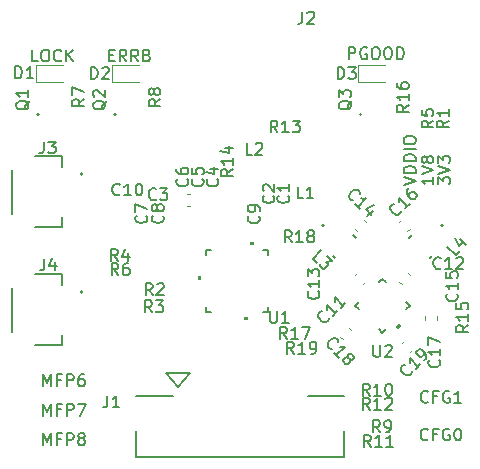
<source format=gbr>
%TF.GenerationSoftware,KiCad,Pcbnew,8.0.5*%
%TF.CreationDate,2025-03-05T13:38:36-05:00*%
%TF.ProjectId,minimax,6d696e69-6d61-4782-9e6b-696361645f70,rev?*%
%TF.SameCoordinates,Original*%
%TF.FileFunction,Legend,Top*%
%TF.FilePolarity,Positive*%
%FSLAX46Y46*%
G04 Gerber Fmt 4.6, Leading zero omitted, Abs format (unit mm)*
G04 Created by KiCad (PCBNEW 8.0.5) date 2025-03-05 13:38:36*
%MOMM*%
%LPD*%
G01*
G04 APERTURE LIST*
%ADD10C,0.150000*%
%ADD11C,0.152400*%
%ADD12C,0.120000*%
%ADD13C,0.000000*%
%ADD14C,0.127000*%
%ADD15C,0.200000*%
G04 APERTURE END LIST*
D10*
X133336779Y-126454819D02*
X133336779Y-125454819D01*
X133336779Y-125454819D02*
X133670112Y-126169104D01*
X133670112Y-126169104D02*
X134003445Y-125454819D01*
X134003445Y-125454819D02*
X134003445Y-126454819D01*
X134812969Y-125931009D02*
X134479636Y-125931009D01*
X134479636Y-126454819D02*
X134479636Y-125454819D01*
X134479636Y-125454819D02*
X134955826Y-125454819D01*
X135336779Y-126454819D02*
X135336779Y-125454819D01*
X135336779Y-125454819D02*
X135717731Y-125454819D01*
X135717731Y-125454819D02*
X135812969Y-125502438D01*
X135812969Y-125502438D02*
X135860588Y-125550057D01*
X135860588Y-125550057D02*
X135908207Y-125645295D01*
X135908207Y-125645295D02*
X135908207Y-125788152D01*
X135908207Y-125788152D02*
X135860588Y-125883390D01*
X135860588Y-125883390D02*
X135812969Y-125931009D01*
X135812969Y-125931009D02*
X135717731Y-125978628D01*
X135717731Y-125978628D02*
X135336779Y-125978628D01*
X136479636Y-125883390D02*
X136384398Y-125835771D01*
X136384398Y-125835771D02*
X136336779Y-125788152D01*
X136336779Y-125788152D02*
X136289160Y-125692914D01*
X136289160Y-125692914D02*
X136289160Y-125645295D01*
X136289160Y-125645295D02*
X136336779Y-125550057D01*
X136336779Y-125550057D02*
X136384398Y-125502438D01*
X136384398Y-125502438D02*
X136479636Y-125454819D01*
X136479636Y-125454819D02*
X136670112Y-125454819D01*
X136670112Y-125454819D02*
X136765350Y-125502438D01*
X136765350Y-125502438D02*
X136812969Y-125550057D01*
X136812969Y-125550057D02*
X136860588Y-125645295D01*
X136860588Y-125645295D02*
X136860588Y-125692914D01*
X136860588Y-125692914D02*
X136812969Y-125788152D01*
X136812969Y-125788152D02*
X136765350Y-125835771D01*
X136765350Y-125835771D02*
X136670112Y-125883390D01*
X136670112Y-125883390D02*
X136479636Y-125883390D01*
X136479636Y-125883390D02*
X136384398Y-125931009D01*
X136384398Y-125931009D02*
X136336779Y-125978628D01*
X136336779Y-125978628D02*
X136289160Y-126073866D01*
X136289160Y-126073866D02*
X136289160Y-126264342D01*
X136289160Y-126264342D02*
X136336779Y-126359580D01*
X136336779Y-126359580D02*
X136384398Y-126407200D01*
X136384398Y-126407200D02*
X136479636Y-126454819D01*
X136479636Y-126454819D02*
X136670112Y-126454819D01*
X136670112Y-126454819D02*
X136765350Y-126407200D01*
X136765350Y-126407200D02*
X136812969Y-126359580D01*
X136812969Y-126359580D02*
X136860588Y-126264342D01*
X136860588Y-126264342D02*
X136860588Y-126073866D01*
X136860588Y-126073866D02*
X136812969Y-125978628D01*
X136812969Y-125978628D02*
X136765350Y-125931009D01*
X136765350Y-125931009D02*
X136670112Y-125883390D01*
X133336779Y-121454819D02*
X133336779Y-120454819D01*
X133336779Y-120454819D02*
X133670112Y-121169104D01*
X133670112Y-121169104D02*
X134003445Y-120454819D01*
X134003445Y-120454819D02*
X134003445Y-121454819D01*
X134812969Y-120931009D02*
X134479636Y-120931009D01*
X134479636Y-121454819D02*
X134479636Y-120454819D01*
X134479636Y-120454819D02*
X134955826Y-120454819D01*
X135336779Y-121454819D02*
X135336779Y-120454819D01*
X135336779Y-120454819D02*
X135717731Y-120454819D01*
X135717731Y-120454819D02*
X135812969Y-120502438D01*
X135812969Y-120502438D02*
X135860588Y-120550057D01*
X135860588Y-120550057D02*
X135908207Y-120645295D01*
X135908207Y-120645295D02*
X135908207Y-120788152D01*
X135908207Y-120788152D02*
X135860588Y-120883390D01*
X135860588Y-120883390D02*
X135812969Y-120931009D01*
X135812969Y-120931009D02*
X135717731Y-120978628D01*
X135717731Y-120978628D02*
X135336779Y-120978628D01*
X136765350Y-120454819D02*
X136574874Y-120454819D01*
X136574874Y-120454819D02*
X136479636Y-120502438D01*
X136479636Y-120502438D02*
X136432017Y-120550057D01*
X136432017Y-120550057D02*
X136336779Y-120692914D01*
X136336779Y-120692914D02*
X136289160Y-120883390D01*
X136289160Y-120883390D02*
X136289160Y-121264342D01*
X136289160Y-121264342D02*
X136336779Y-121359580D01*
X136336779Y-121359580D02*
X136384398Y-121407200D01*
X136384398Y-121407200D02*
X136479636Y-121454819D01*
X136479636Y-121454819D02*
X136670112Y-121454819D01*
X136670112Y-121454819D02*
X136765350Y-121407200D01*
X136765350Y-121407200D02*
X136812969Y-121359580D01*
X136812969Y-121359580D02*
X136860588Y-121264342D01*
X136860588Y-121264342D02*
X136860588Y-121026247D01*
X136860588Y-121026247D02*
X136812969Y-120931009D01*
X136812969Y-120931009D02*
X136765350Y-120883390D01*
X136765350Y-120883390D02*
X136670112Y-120835771D01*
X136670112Y-120835771D02*
X136479636Y-120835771D01*
X136479636Y-120835771D02*
X136384398Y-120883390D01*
X136384398Y-120883390D02*
X136336779Y-120931009D01*
X136336779Y-120931009D02*
X136289160Y-121026247D01*
X133336779Y-123954819D02*
X133336779Y-122954819D01*
X133336779Y-122954819D02*
X133670112Y-123669104D01*
X133670112Y-123669104D02*
X134003445Y-122954819D01*
X134003445Y-122954819D02*
X134003445Y-123954819D01*
X134812969Y-123431009D02*
X134479636Y-123431009D01*
X134479636Y-123954819D02*
X134479636Y-122954819D01*
X134479636Y-122954819D02*
X134955826Y-122954819D01*
X135336779Y-123954819D02*
X135336779Y-122954819D01*
X135336779Y-122954819D02*
X135717731Y-122954819D01*
X135717731Y-122954819D02*
X135812969Y-123002438D01*
X135812969Y-123002438D02*
X135860588Y-123050057D01*
X135860588Y-123050057D02*
X135908207Y-123145295D01*
X135908207Y-123145295D02*
X135908207Y-123288152D01*
X135908207Y-123288152D02*
X135860588Y-123383390D01*
X135860588Y-123383390D02*
X135812969Y-123431009D01*
X135812969Y-123431009D02*
X135717731Y-123478628D01*
X135717731Y-123478628D02*
X135336779Y-123478628D01*
X136241541Y-122954819D02*
X136908207Y-122954819D01*
X136908207Y-122954819D02*
X136479636Y-123954819D01*
X138885714Y-93446009D02*
X139219047Y-93446009D01*
X139361904Y-93969819D02*
X138885714Y-93969819D01*
X138885714Y-93969819D02*
X138885714Y-92969819D01*
X138885714Y-92969819D02*
X139361904Y-92969819D01*
X140361904Y-93969819D02*
X140028571Y-93493628D01*
X139790476Y-93969819D02*
X139790476Y-92969819D01*
X139790476Y-92969819D02*
X140171428Y-92969819D01*
X140171428Y-92969819D02*
X140266666Y-93017438D01*
X140266666Y-93017438D02*
X140314285Y-93065057D01*
X140314285Y-93065057D02*
X140361904Y-93160295D01*
X140361904Y-93160295D02*
X140361904Y-93303152D01*
X140361904Y-93303152D02*
X140314285Y-93398390D01*
X140314285Y-93398390D02*
X140266666Y-93446009D01*
X140266666Y-93446009D02*
X140171428Y-93493628D01*
X140171428Y-93493628D02*
X139790476Y-93493628D01*
X141361904Y-93969819D02*
X141028571Y-93493628D01*
X140790476Y-93969819D02*
X140790476Y-92969819D01*
X140790476Y-92969819D02*
X141171428Y-92969819D01*
X141171428Y-92969819D02*
X141266666Y-93017438D01*
X141266666Y-93017438D02*
X141314285Y-93065057D01*
X141314285Y-93065057D02*
X141361904Y-93160295D01*
X141361904Y-93160295D02*
X141361904Y-93303152D01*
X141361904Y-93303152D02*
X141314285Y-93398390D01*
X141314285Y-93398390D02*
X141266666Y-93446009D01*
X141266666Y-93446009D02*
X141171428Y-93493628D01*
X141171428Y-93493628D02*
X140790476Y-93493628D01*
X142123809Y-93446009D02*
X142266666Y-93493628D01*
X142266666Y-93493628D02*
X142314285Y-93541247D01*
X142314285Y-93541247D02*
X142361904Y-93636485D01*
X142361904Y-93636485D02*
X142361904Y-93779342D01*
X142361904Y-93779342D02*
X142314285Y-93874580D01*
X142314285Y-93874580D02*
X142266666Y-93922200D01*
X142266666Y-93922200D02*
X142171428Y-93969819D01*
X142171428Y-93969819D02*
X141790476Y-93969819D01*
X141790476Y-93969819D02*
X141790476Y-92969819D01*
X141790476Y-92969819D02*
X142123809Y-92969819D01*
X142123809Y-92969819D02*
X142219047Y-93017438D01*
X142219047Y-93017438D02*
X142266666Y-93065057D01*
X142266666Y-93065057D02*
X142314285Y-93160295D01*
X142314285Y-93160295D02*
X142314285Y-93255533D01*
X142314285Y-93255533D02*
X142266666Y-93350771D01*
X142266666Y-93350771D02*
X142219047Y-93398390D01*
X142219047Y-93398390D02*
X142123809Y-93446009D01*
X142123809Y-93446009D02*
X141790476Y-93446009D01*
X132885714Y-93969819D02*
X132409524Y-93969819D01*
X132409524Y-93969819D02*
X132409524Y-92969819D01*
X133409524Y-92969819D02*
X133600000Y-92969819D01*
X133600000Y-92969819D02*
X133695238Y-93017438D01*
X133695238Y-93017438D02*
X133790476Y-93112676D01*
X133790476Y-93112676D02*
X133838095Y-93303152D01*
X133838095Y-93303152D02*
X133838095Y-93636485D01*
X133838095Y-93636485D02*
X133790476Y-93826961D01*
X133790476Y-93826961D02*
X133695238Y-93922200D01*
X133695238Y-93922200D02*
X133600000Y-93969819D01*
X133600000Y-93969819D02*
X133409524Y-93969819D01*
X133409524Y-93969819D02*
X133314286Y-93922200D01*
X133314286Y-93922200D02*
X133219048Y-93826961D01*
X133219048Y-93826961D02*
X133171429Y-93636485D01*
X133171429Y-93636485D02*
X133171429Y-93303152D01*
X133171429Y-93303152D02*
X133219048Y-93112676D01*
X133219048Y-93112676D02*
X133314286Y-93017438D01*
X133314286Y-93017438D02*
X133409524Y-92969819D01*
X134838095Y-93874580D02*
X134790476Y-93922200D01*
X134790476Y-93922200D02*
X134647619Y-93969819D01*
X134647619Y-93969819D02*
X134552381Y-93969819D01*
X134552381Y-93969819D02*
X134409524Y-93922200D01*
X134409524Y-93922200D02*
X134314286Y-93826961D01*
X134314286Y-93826961D02*
X134266667Y-93731723D01*
X134266667Y-93731723D02*
X134219048Y-93541247D01*
X134219048Y-93541247D02*
X134219048Y-93398390D01*
X134219048Y-93398390D02*
X134266667Y-93207914D01*
X134266667Y-93207914D02*
X134314286Y-93112676D01*
X134314286Y-93112676D02*
X134409524Y-93017438D01*
X134409524Y-93017438D02*
X134552381Y-92969819D01*
X134552381Y-92969819D02*
X134647619Y-92969819D01*
X134647619Y-92969819D02*
X134790476Y-93017438D01*
X134790476Y-93017438D02*
X134838095Y-93065057D01*
X135266667Y-93969819D02*
X135266667Y-92969819D01*
X135838095Y-93969819D02*
X135409524Y-93398390D01*
X135838095Y-92969819D02*
X135266667Y-93541247D01*
X165908207Y-122759580D02*
X165860588Y-122807200D01*
X165860588Y-122807200D02*
X165717731Y-122854819D01*
X165717731Y-122854819D02*
X165622493Y-122854819D01*
X165622493Y-122854819D02*
X165479636Y-122807200D01*
X165479636Y-122807200D02*
X165384398Y-122711961D01*
X165384398Y-122711961D02*
X165336779Y-122616723D01*
X165336779Y-122616723D02*
X165289160Y-122426247D01*
X165289160Y-122426247D02*
X165289160Y-122283390D01*
X165289160Y-122283390D02*
X165336779Y-122092914D01*
X165336779Y-122092914D02*
X165384398Y-121997676D01*
X165384398Y-121997676D02*
X165479636Y-121902438D01*
X165479636Y-121902438D02*
X165622493Y-121854819D01*
X165622493Y-121854819D02*
X165717731Y-121854819D01*
X165717731Y-121854819D02*
X165860588Y-121902438D01*
X165860588Y-121902438D02*
X165908207Y-121950057D01*
X166670112Y-122331009D02*
X166336779Y-122331009D01*
X166336779Y-122854819D02*
X166336779Y-121854819D01*
X166336779Y-121854819D02*
X166812969Y-121854819D01*
X167717731Y-121902438D02*
X167622493Y-121854819D01*
X167622493Y-121854819D02*
X167479636Y-121854819D01*
X167479636Y-121854819D02*
X167336779Y-121902438D01*
X167336779Y-121902438D02*
X167241541Y-121997676D01*
X167241541Y-121997676D02*
X167193922Y-122092914D01*
X167193922Y-122092914D02*
X167146303Y-122283390D01*
X167146303Y-122283390D02*
X167146303Y-122426247D01*
X167146303Y-122426247D02*
X167193922Y-122616723D01*
X167193922Y-122616723D02*
X167241541Y-122711961D01*
X167241541Y-122711961D02*
X167336779Y-122807200D01*
X167336779Y-122807200D02*
X167479636Y-122854819D01*
X167479636Y-122854819D02*
X167574874Y-122854819D01*
X167574874Y-122854819D02*
X167717731Y-122807200D01*
X167717731Y-122807200D02*
X167765350Y-122759580D01*
X167765350Y-122759580D02*
X167765350Y-122426247D01*
X167765350Y-122426247D02*
X167574874Y-122426247D01*
X168717731Y-122854819D02*
X168146303Y-122854819D01*
X168432017Y-122854819D02*
X168432017Y-121854819D01*
X168432017Y-121854819D02*
X168336779Y-121997676D01*
X168336779Y-121997676D02*
X168241541Y-122092914D01*
X168241541Y-122092914D02*
X168146303Y-122140533D01*
X163854819Y-104406077D02*
X164854819Y-104072744D01*
X164854819Y-104072744D02*
X163854819Y-103739411D01*
X164854819Y-103406077D02*
X163854819Y-103406077D01*
X163854819Y-103406077D02*
X163854819Y-103167982D01*
X163854819Y-103167982D02*
X163902438Y-103025125D01*
X163902438Y-103025125D02*
X163997676Y-102929887D01*
X163997676Y-102929887D02*
X164092914Y-102882268D01*
X164092914Y-102882268D02*
X164283390Y-102834649D01*
X164283390Y-102834649D02*
X164426247Y-102834649D01*
X164426247Y-102834649D02*
X164616723Y-102882268D01*
X164616723Y-102882268D02*
X164711961Y-102929887D01*
X164711961Y-102929887D02*
X164807200Y-103025125D01*
X164807200Y-103025125D02*
X164854819Y-103167982D01*
X164854819Y-103167982D02*
X164854819Y-103406077D01*
X164854819Y-102406077D02*
X163854819Y-102406077D01*
X163854819Y-102406077D02*
X163854819Y-102167982D01*
X163854819Y-102167982D02*
X163902438Y-102025125D01*
X163902438Y-102025125D02*
X163997676Y-101929887D01*
X163997676Y-101929887D02*
X164092914Y-101882268D01*
X164092914Y-101882268D02*
X164283390Y-101834649D01*
X164283390Y-101834649D02*
X164426247Y-101834649D01*
X164426247Y-101834649D02*
X164616723Y-101882268D01*
X164616723Y-101882268D02*
X164711961Y-101929887D01*
X164711961Y-101929887D02*
X164807200Y-102025125D01*
X164807200Y-102025125D02*
X164854819Y-102167982D01*
X164854819Y-102167982D02*
X164854819Y-102406077D01*
X164854819Y-101406077D02*
X163854819Y-101406077D01*
X163854819Y-100739411D02*
X163854819Y-100548935D01*
X163854819Y-100548935D02*
X163902438Y-100453697D01*
X163902438Y-100453697D02*
X163997676Y-100358459D01*
X163997676Y-100358459D02*
X164188152Y-100310840D01*
X164188152Y-100310840D02*
X164521485Y-100310840D01*
X164521485Y-100310840D02*
X164711961Y-100358459D01*
X164711961Y-100358459D02*
X164807200Y-100453697D01*
X164807200Y-100453697D02*
X164854819Y-100548935D01*
X164854819Y-100548935D02*
X164854819Y-100739411D01*
X164854819Y-100739411D02*
X164807200Y-100834649D01*
X164807200Y-100834649D02*
X164711961Y-100929887D01*
X164711961Y-100929887D02*
X164521485Y-100977506D01*
X164521485Y-100977506D02*
X164188152Y-100977506D01*
X164188152Y-100977506D02*
X163997676Y-100929887D01*
X163997676Y-100929887D02*
X163902438Y-100834649D01*
X163902438Y-100834649D02*
X163854819Y-100739411D01*
X159190476Y-93769819D02*
X159190476Y-92769819D01*
X159190476Y-92769819D02*
X159571428Y-92769819D01*
X159571428Y-92769819D02*
X159666666Y-92817438D01*
X159666666Y-92817438D02*
X159714285Y-92865057D01*
X159714285Y-92865057D02*
X159761904Y-92960295D01*
X159761904Y-92960295D02*
X159761904Y-93103152D01*
X159761904Y-93103152D02*
X159714285Y-93198390D01*
X159714285Y-93198390D02*
X159666666Y-93246009D01*
X159666666Y-93246009D02*
X159571428Y-93293628D01*
X159571428Y-93293628D02*
X159190476Y-93293628D01*
X160714285Y-92817438D02*
X160619047Y-92769819D01*
X160619047Y-92769819D02*
X160476190Y-92769819D01*
X160476190Y-92769819D02*
X160333333Y-92817438D01*
X160333333Y-92817438D02*
X160238095Y-92912676D01*
X160238095Y-92912676D02*
X160190476Y-93007914D01*
X160190476Y-93007914D02*
X160142857Y-93198390D01*
X160142857Y-93198390D02*
X160142857Y-93341247D01*
X160142857Y-93341247D02*
X160190476Y-93531723D01*
X160190476Y-93531723D02*
X160238095Y-93626961D01*
X160238095Y-93626961D02*
X160333333Y-93722200D01*
X160333333Y-93722200D02*
X160476190Y-93769819D01*
X160476190Y-93769819D02*
X160571428Y-93769819D01*
X160571428Y-93769819D02*
X160714285Y-93722200D01*
X160714285Y-93722200D02*
X160761904Y-93674580D01*
X160761904Y-93674580D02*
X160761904Y-93341247D01*
X160761904Y-93341247D02*
X160571428Y-93341247D01*
X161380952Y-92769819D02*
X161571428Y-92769819D01*
X161571428Y-92769819D02*
X161666666Y-92817438D01*
X161666666Y-92817438D02*
X161761904Y-92912676D01*
X161761904Y-92912676D02*
X161809523Y-93103152D01*
X161809523Y-93103152D02*
X161809523Y-93436485D01*
X161809523Y-93436485D02*
X161761904Y-93626961D01*
X161761904Y-93626961D02*
X161666666Y-93722200D01*
X161666666Y-93722200D02*
X161571428Y-93769819D01*
X161571428Y-93769819D02*
X161380952Y-93769819D01*
X161380952Y-93769819D02*
X161285714Y-93722200D01*
X161285714Y-93722200D02*
X161190476Y-93626961D01*
X161190476Y-93626961D02*
X161142857Y-93436485D01*
X161142857Y-93436485D02*
X161142857Y-93103152D01*
X161142857Y-93103152D02*
X161190476Y-92912676D01*
X161190476Y-92912676D02*
X161285714Y-92817438D01*
X161285714Y-92817438D02*
X161380952Y-92769819D01*
X162428571Y-92769819D02*
X162619047Y-92769819D01*
X162619047Y-92769819D02*
X162714285Y-92817438D01*
X162714285Y-92817438D02*
X162809523Y-92912676D01*
X162809523Y-92912676D02*
X162857142Y-93103152D01*
X162857142Y-93103152D02*
X162857142Y-93436485D01*
X162857142Y-93436485D02*
X162809523Y-93626961D01*
X162809523Y-93626961D02*
X162714285Y-93722200D01*
X162714285Y-93722200D02*
X162619047Y-93769819D01*
X162619047Y-93769819D02*
X162428571Y-93769819D01*
X162428571Y-93769819D02*
X162333333Y-93722200D01*
X162333333Y-93722200D02*
X162238095Y-93626961D01*
X162238095Y-93626961D02*
X162190476Y-93436485D01*
X162190476Y-93436485D02*
X162190476Y-93103152D01*
X162190476Y-93103152D02*
X162238095Y-92912676D01*
X162238095Y-92912676D02*
X162333333Y-92817438D01*
X162333333Y-92817438D02*
X162428571Y-92769819D01*
X163285714Y-93769819D02*
X163285714Y-92769819D01*
X163285714Y-92769819D02*
X163523809Y-92769819D01*
X163523809Y-92769819D02*
X163666666Y-92817438D01*
X163666666Y-92817438D02*
X163761904Y-92912676D01*
X163761904Y-92912676D02*
X163809523Y-93007914D01*
X163809523Y-93007914D02*
X163857142Y-93198390D01*
X163857142Y-93198390D02*
X163857142Y-93341247D01*
X163857142Y-93341247D02*
X163809523Y-93531723D01*
X163809523Y-93531723D02*
X163761904Y-93626961D01*
X163761904Y-93626961D02*
X163666666Y-93722200D01*
X163666666Y-93722200D02*
X163523809Y-93769819D01*
X163523809Y-93769819D02*
X163285714Y-93769819D01*
X165908207Y-125959580D02*
X165860588Y-126007200D01*
X165860588Y-126007200D02*
X165717731Y-126054819D01*
X165717731Y-126054819D02*
X165622493Y-126054819D01*
X165622493Y-126054819D02*
X165479636Y-126007200D01*
X165479636Y-126007200D02*
X165384398Y-125911961D01*
X165384398Y-125911961D02*
X165336779Y-125816723D01*
X165336779Y-125816723D02*
X165289160Y-125626247D01*
X165289160Y-125626247D02*
X165289160Y-125483390D01*
X165289160Y-125483390D02*
X165336779Y-125292914D01*
X165336779Y-125292914D02*
X165384398Y-125197676D01*
X165384398Y-125197676D02*
X165479636Y-125102438D01*
X165479636Y-125102438D02*
X165622493Y-125054819D01*
X165622493Y-125054819D02*
X165717731Y-125054819D01*
X165717731Y-125054819D02*
X165860588Y-125102438D01*
X165860588Y-125102438D02*
X165908207Y-125150057D01*
X166670112Y-125531009D02*
X166336779Y-125531009D01*
X166336779Y-126054819D02*
X166336779Y-125054819D01*
X166336779Y-125054819D02*
X166812969Y-125054819D01*
X167717731Y-125102438D02*
X167622493Y-125054819D01*
X167622493Y-125054819D02*
X167479636Y-125054819D01*
X167479636Y-125054819D02*
X167336779Y-125102438D01*
X167336779Y-125102438D02*
X167241541Y-125197676D01*
X167241541Y-125197676D02*
X167193922Y-125292914D01*
X167193922Y-125292914D02*
X167146303Y-125483390D01*
X167146303Y-125483390D02*
X167146303Y-125626247D01*
X167146303Y-125626247D02*
X167193922Y-125816723D01*
X167193922Y-125816723D02*
X167241541Y-125911961D01*
X167241541Y-125911961D02*
X167336779Y-126007200D01*
X167336779Y-126007200D02*
X167479636Y-126054819D01*
X167479636Y-126054819D02*
X167574874Y-126054819D01*
X167574874Y-126054819D02*
X167717731Y-126007200D01*
X167717731Y-126007200D02*
X167765350Y-125959580D01*
X167765350Y-125959580D02*
X167765350Y-125626247D01*
X167765350Y-125626247D02*
X167574874Y-125626247D01*
X168384398Y-125054819D02*
X168479636Y-125054819D01*
X168479636Y-125054819D02*
X168574874Y-125102438D01*
X168574874Y-125102438D02*
X168622493Y-125150057D01*
X168622493Y-125150057D02*
X168670112Y-125245295D01*
X168670112Y-125245295D02*
X168717731Y-125435771D01*
X168717731Y-125435771D02*
X168717731Y-125673866D01*
X168717731Y-125673866D02*
X168670112Y-125864342D01*
X168670112Y-125864342D02*
X168622493Y-125959580D01*
X168622493Y-125959580D02*
X168574874Y-126007200D01*
X168574874Y-126007200D02*
X168479636Y-126054819D01*
X168479636Y-126054819D02*
X168384398Y-126054819D01*
X168384398Y-126054819D02*
X168289160Y-126007200D01*
X168289160Y-126007200D02*
X168241541Y-125959580D01*
X168241541Y-125959580D02*
X168193922Y-125864342D01*
X168193922Y-125864342D02*
X168146303Y-125673866D01*
X168146303Y-125673866D02*
X168146303Y-125435771D01*
X168146303Y-125435771D02*
X168193922Y-125245295D01*
X168193922Y-125245295D02*
X168241541Y-125150057D01*
X168241541Y-125150057D02*
X168289160Y-125102438D01*
X168289160Y-125102438D02*
X168384398Y-125054819D01*
X166354819Y-103789411D02*
X166354819Y-104360839D01*
X166354819Y-104075125D02*
X165354819Y-104075125D01*
X165354819Y-104075125D02*
X165497676Y-104170363D01*
X165497676Y-104170363D02*
X165592914Y-104265601D01*
X165592914Y-104265601D02*
X165640533Y-104360839D01*
X165354819Y-103503696D02*
X166354819Y-103170363D01*
X166354819Y-103170363D02*
X165354819Y-102837030D01*
X165783390Y-102360839D02*
X165735771Y-102456077D01*
X165735771Y-102456077D02*
X165688152Y-102503696D01*
X165688152Y-102503696D02*
X165592914Y-102551315D01*
X165592914Y-102551315D02*
X165545295Y-102551315D01*
X165545295Y-102551315D02*
X165450057Y-102503696D01*
X165450057Y-102503696D02*
X165402438Y-102456077D01*
X165402438Y-102456077D02*
X165354819Y-102360839D01*
X165354819Y-102360839D02*
X165354819Y-102170363D01*
X165354819Y-102170363D02*
X165402438Y-102075125D01*
X165402438Y-102075125D02*
X165450057Y-102027506D01*
X165450057Y-102027506D02*
X165545295Y-101979887D01*
X165545295Y-101979887D02*
X165592914Y-101979887D01*
X165592914Y-101979887D02*
X165688152Y-102027506D01*
X165688152Y-102027506D02*
X165735771Y-102075125D01*
X165735771Y-102075125D02*
X165783390Y-102170363D01*
X165783390Y-102170363D02*
X165783390Y-102360839D01*
X165783390Y-102360839D02*
X165831009Y-102456077D01*
X165831009Y-102456077D02*
X165878628Y-102503696D01*
X165878628Y-102503696D02*
X165973866Y-102551315D01*
X165973866Y-102551315D02*
X166164342Y-102551315D01*
X166164342Y-102551315D02*
X166259580Y-102503696D01*
X166259580Y-102503696D02*
X166307200Y-102456077D01*
X166307200Y-102456077D02*
X166354819Y-102360839D01*
X166354819Y-102360839D02*
X166354819Y-102170363D01*
X166354819Y-102170363D02*
X166307200Y-102075125D01*
X166307200Y-102075125D02*
X166259580Y-102027506D01*
X166259580Y-102027506D02*
X166164342Y-101979887D01*
X166164342Y-101979887D02*
X165973866Y-101979887D01*
X165973866Y-101979887D02*
X165878628Y-102027506D01*
X165878628Y-102027506D02*
X165831009Y-102075125D01*
X165831009Y-102075125D02*
X165783390Y-102170363D01*
X166754819Y-104383458D02*
X166754819Y-103764411D01*
X166754819Y-103764411D02*
X167135771Y-104097744D01*
X167135771Y-104097744D02*
X167135771Y-103954887D01*
X167135771Y-103954887D02*
X167183390Y-103859649D01*
X167183390Y-103859649D02*
X167231009Y-103812030D01*
X167231009Y-103812030D02*
X167326247Y-103764411D01*
X167326247Y-103764411D02*
X167564342Y-103764411D01*
X167564342Y-103764411D02*
X167659580Y-103812030D01*
X167659580Y-103812030D02*
X167707200Y-103859649D01*
X167707200Y-103859649D02*
X167754819Y-103954887D01*
X167754819Y-103954887D02*
X167754819Y-104240601D01*
X167754819Y-104240601D02*
X167707200Y-104335839D01*
X167707200Y-104335839D02*
X167659580Y-104383458D01*
X166754819Y-103478696D02*
X167754819Y-103145363D01*
X167754819Y-103145363D02*
X166754819Y-102812030D01*
X166754819Y-102573934D02*
X166754819Y-101954887D01*
X166754819Y-101954887D02*
X167135771Y-102288220D01*
X167135771Y-102288220D02*
X167135771Y-102145363D01*
X167135771Y-102145363D02*
X167183390Y-102050125D01*
X167183390Y-102050125D02*
X167231009Y-102002506D01*
X167231009Y-102002506D02*
X167326247Y-101954887D01*
X167326247Y-101954887D02*
X167564342Y-101954887D01*
X167564342Y-101954887D02*
X167659580Y-102002506D01*
X167659580Y-102002506D02*
X167707200Y-102050125D01*
X167707200Y-102050125D02*
X167754819Y-102145363D01*
X167754819Y-102145363D02*
X167754819Y-102431077D01*
X167754819Y-102431077D02*
X167707200Y-102526315D01*
X167707200Y-102526315D02*
X167659580Y-102573934D01*
X159450057Y-97295238D02*
X159402438Y-97390476D01*
X159402438Y-97390476D02*
X159307200Y-97485714D01*
X159307200Y-97485714D02*
X159164342Y-97628571D01*
X159164342Y-97628571D02*
X159116723Y-97723809D01*
X159116723Y-97723809D02*
X159116723Y-97819047D01*
X159354819Y-97771428D02*
X159307200Y-97866666D01*
X159307200Y-97866666D02*
X159211961Y-97961904D01*
X159211961Y-97961904D02*
X159021485Y-98009523D01*
X159021485Y-98009523D02*
X158688152Y-98009523D01*
X158688152Y-98009523D02*
X158497676Y-97961904D01*
X158497676Y-97961904D02*
X158402438Y-97866666D01*
X158402438Y-97866666D02*
X158354819Y-97771428D01*
X158354819Y-97771428D02*
X158354819Y-97580952D01*
X158354819Y-97580952D02*
X158402438Y-97485714D01*
X158402438Y-97485714D02*
X158497676Y-97390476D01*
X158497676Y-97390476D02*
X158688152Y-97342857D01*
X158688152Y-97342857D02*
X159021485Y-97342857D01*
X159021485Y-97342857D02*
X159211961Y-97390476D01*
X159211961Y-97390476D02*
X159307200Y-97485714D01*
X159307200Y-97485714D02*
X159354819Y-97580952D01*
X159354819Y-97580952D02*
X159354819Y-97771428D01*
X158354819Y-97009523D02*
X158354819Y-96390476D01*
X158354819Y-96390476D02*
X158735771Y-96723809D01*
X158735771Y-96723809D02*
X158735771Y-96580952D01*
X158735771Y-96580952D02*
X158783390Y-96485714D01*
X158783390Y-96485714D02*
X158831009Y-96438095D01*
X158831009Y-96438095D02*
X158926247Y-96390476D01*
X158926247Y-96390476D02*
X159164342Y-96390476D01*
X159164342Y-96390476D02*
X159259580Y-96438095D01*
X159259580Y-96438095D02*
X159307200Y-96485714D01*
X159307200Y-96485714D02*
X159354819Y-96580952D01*
X159354819Y-96580952D02*
X159354819Y-96866666D01*
X159354819Y-96866666D02*
X159307200Y-96961904D01*
X159307200Y-96961904D02*
X159259580Y-97009523D01*
X168332804Y-113642857D02*
X168380424Y-113690476D01*
X168380424Y-113690476D02*
X168428043Y-113833333D01*
X168428043Y-113833333D02*
X168428043Y-113928571D01*
X168428043Y-113928571D02*
X168380424Y-114071428D01*
X168380424Y-114071428D02*
X168285185Y-114166666D01*
X168285185Y-114166666D02*
X168189947Y-114214285D01*
X168189947Y-114214285D02*
X167999471Y-114261904D01*
X167999471Y-114261904D02*
X167856614Y-114261904D01*
X167856614Y-114261904D02*
X167666138Y-114214285D01*
X167666138Y-114214285D02*
X167570900Y-114166666D01*
X167570900Y-114166666D02*
X167475662Y-114071428D01*
X167475662Y-114071428D02*
X167428043Y-113928571D01*
X167428043Y-113928571D02*
X167428043Y-113833333D01*
X167428043Y-113833333D02*
X167475662Y-113690476D01*
X167475662Y-113690476D02*
X167523281Y-113642857D01*
X168428043Y-112690476D02*
X168428043Y-113261904D01*
X168428043Y-112976190D02*
X167428043Y-112976190D01*
X167428043Y-112976190D02*
X167570900Y-113071428D01*
X167570900Y-113071428D02*
X167666138Y-113166666D01*
X167666138Y-113166666D02*
X167713757Y-113261904D01*
X167428043Y-111785714D02*
X167428043Y-112261904D01*
X167428043Y-112261904D02*
X167904233Y-112309523D01*
X167904233Y-112309523D02*
X167856614Y-112261904D01*
X167856614Y-112261904D02*
X167808995Y-112166666D01*
X167808995Y-112166666D02*
X167808995Y-111928571D01*
X167808995Y-111928571D02*
X167856614Y-111833333D01*
X167856614Y-111833333D02*
X167904233Y-111785714D01*
X167904233Y-111785714D02*
X167999471Y-111738095D01*
X167999471Y-111738095D02*
X168237566Y-111738095D01*
X168237566Y-111738095D02*
X168332804Y-111785714D01*
X168332804Y-111785714D02*
X168380424Y-111833333D01*
X168380424Y-111833333D02*
X168428043Y-111928571D01*
X168428043Y-111928571D02*
X168428043Y-112166666D01*
X168428043Y-112166666D02*
X168380424Y-112261904D01*
X168380424Y-112261904D02*
X168332804Y-112309523D01*
X138766666Y-122254819D02*
X138766666Y-122969104D01*
X138766666Y-122969104D02*
X138719047Y-123111961D01*
X138719047Y-123111961D02*
X138623809Y-123207200D01*
X138623809Y-123207200D02*
X138480952Y-123254819D01*
X138480952Y-123254819D02*
X138385714Y-123254819D01*
X139766666Y-123254819D02*
X139195238Y-123254819D01*
X139480952Y-123254819D02*
X139480952Y-122254819D01*
X139480952Y-122254819D02*
X139385714Y-122397676D01*
X139385714Y-122397676D02*
X139290476Y-122492914D01*
X139290476Y-122492914D02*
X139195238Y-122540533D01*
X142883333Y-105609580D02*
X142835714Y-105657200D01*
X142835714Y-105657200D02*
X142692857Y-105704819D01*
X142692857Y-105704819D02*
X142597619Y-105704819D01*
X142597619Y-105704819D02*
X142454762Y-105657200D01*
X142454762Y-105657200D02*
X142359524Y-105561961D01*
X142359524Y-105561961D02*
X142311905Y-105466723D01*
X142311905Y-105466723D02*
X142264286Y-105276247D01*
X142264286Y-105276247D02*
X142264286Y-105133390D01*
X142264286Y-105133390D02*
X142311905Y-104942914D01*
X142311905Y-104942914D02*
X142359524Y-104847676D01*
X142359524Y-104847676D02*
X142454762Y-104752438D01*
X142454762Y-104752438D02*
X142597619Y-104704819D01*
X142597619Y-104704819D02*
X142692857Y-104704819D01*
X142692857Y-104704819D02*
X142835714Y-104752438D01*
X142835714Y-104752438D02*
X142883333Y-104800057D01*
X143216667Y-104704819D02*
X143835714Y-104704819D01*
X143835714Y-104704819D02*
X143502381Y-105085771D01*
X143502381Y-105085771D02*
X143645238Y-105085771D01*
X143645238Y-105085771D02*
X143740476Y-105133390D01*
X143740476Y-105133390D02*
X143788095Y-105181009D01*
X143788095Y-105181009D02*
X143835714Y-105276247D01*
X143835714Y-105276247D02*
X143835714Y-105514342D01*
X143835714Y-105514342D02*
X143788095Y-105609580D01*
X143788095Y-105609580D02*
X143740476Y-105657200D01*
X143740476Y-105657200D02*
X143645238Y-105704819D01*
X143645238Y-105704819D02*
X143359524Y-105704819D01*
X143359524Y-105704819D02*
X143264286Y-105657200D01*
X143264286Y-105657200D02*
X143216667Y-105609580D01*
X154059580Y-105316666D02*
X154107200Y-105364285D01*
X154107200Y-105364285D02*
X154154819Y-105507142D01*
X154154819Y-105507142D02*
X154154819Y-105602380D01*
X154154819Y-105602380D02*
X154107200Y-105745237D01*
X154107200Y-105745237D02*
X154011961Y-105840475D01*
X154011961Y-105840475D02*
X153916723Y-105888094D01*
X153916723Y-105888094D02*
X153726247Y-105935713D01*
X153726247Y-105935713D02*
X153583390Y-105935713D01*
X153583390Y-105935713D02*
X153392914Y-105888094D01*
X153392914Y-105888094D02*
X153297676Y-105840475D01*
X153297676Y-105840475D02*
X153202438Y-105745237D01*
X153202438Y-105745237D02*
X153154819Y-105602380D01*
X153154819Y-105602380D02*
X153154819Y-105507142D01*
X153154819Y-105507142D02*
X153202438Y-105364285D01*
X153202438Y-105364285D02*
X153250057Y-105316666D01*
X154154819Y-104364285D02*
X154154819Y-104935713D01*
X154154819Y-104649999D02*
X153154819Y-104649999D01*
X153154819Y-104649999D02*
X153297676Y-104745237D01*
X153297676Y-104745237D02*
X153392914Y-104840475D01*
X153392914Y-104840475D02*
X153440533Y-104935713D01*
X154557142Y-118704819D02*
X154223809Y-118228628D01*
X153985714Y-118704819D02*
X153985714Y-117704819D01*
X153985714Y-117704819D02*
X154366666Y-117704819D01*
X154366666Y-117704819D02*
X154461904Y-117752438D01*
X154461904Y-117752438D02*
X154509523Y-117800057D01*
X154509523Y-117800057D02*
X154557142Y-117895295D01*
X154557142Y-117895295D02*
X154557142Y-118038152D01*
X154557142Y-118038152D02*
X154509523Y-118133390D01*
X154509523Y-118133390D02*
X154461904Y-118181009D01*
X154461904Y-118181009D02*
X154366666Y-118228628D01*
X154366666Y-118228628D02*
X153985714Y-118228628D01*
X155509523Y-118704819D02*
X154938095Y-118704819D01*
X155223809Y-118704819D02*
X155223809Y-117704819D01*
X155223809Y-117704819D02*
X155128571Y-117847676D01*
X155128571Y-117847676D02*
X155033333Y-117942914D01*
X155033333Y-117942914D02*
X154938095Y-117990533D01*
X155985714Y-118704819D02*
X156176190Y-118704819D01*
X156176190Y-118704819D02*
X156271428Y-118657200D01*
X156271428Y-118657200D02*
X156319047Y-118609580D01*
X156319047Y-118609580D02*
X156414285Y-118466723D01*
X156414285Y-118466723D02*
X156461904Y-118276247D01*
X156461904Y-118276247D02*
X156461904Y-117895295D01*
X156461904Y-117895295D02*
X156414285Y-117800057D01*
X156414285Y-117800057D02*
X156366666Y-117752438D01*
X156366666Y-117752438D02*
X156271428Y-117704819D01*
X156271428Y-117704819D02*
X156080952Y-117704819D01*
X156080952Y-117704819D02*
X155985714Y-117752438D01*
X155985714Y-117752438D02*
X155938095Y-117800057D01*
X155938095Y-117800057D02*
X155890476Y-117895295D01*
X155890476Y-117895295D02*
X155890476Y-118133390D01*
X155890476Y-118133390D02*
X155938095Y-118228628D01*
X155938095Y-118228628D02*
X155985714Y-118276247D01*
X155985714Y-118276247D02*
X156080952Y-118323866D01*
X156080952Y-118323866D02*
X156271428Y-118323866D01*
X156271428Y-118323866D02*
X156366666Y-118276247D01*
X156366666Y-118276247D02*
X156414285Y-118228628D01*
X156414285Y-118228628D02*
X156461904Y-118133390D01*
X164522918Y-120208830D02*
X164522918Y-120276174D01*
X164522918Y-120276174D02*
X164455574Y-120410861D01*
X164455574Y-120410861D02*
X164388231Y-120478204D01*
X164388231Y-120478204D02*
X164253544Y-120545548D01*
X164253544Y-120545548D02*
X164118857Y-120545548D01*
X164118857Y-120545548D02*
X164017842Y-120511876D01*
X164017842Y-120511876D02*
X163849483Y-120410861D01*
X163849483Y-120410861D02*
X163748468Y-120309846D01*
X163748468Y-120309846D02*
X163647452Y-120141487D01*
X163647452Y-120141487D02*
X163613781Y-120040472D01*
X163613781Y-120040472D02*
X163613781Y-119905785D01*
X163613781Y-119905785D02*
X163681124Y-119771098D01*
X163681124Y-119771098D02*
X163748468Y-119703754D01*
X163748468Y-119703754D02*
X163883155Y-119636411D01*
X163883155Y-119636411D02*
X163950498Y-119636411D01*
X165263696Y-119602739D02*
X164859635Y-120006800D01*
X165061666Y-119804769D02*
X164354559Y-119097663D01*
X164354559Y-119097663D02*
X164388231Y-119266021D01*
X164388231Y-119266021D02*
X164388231Y-119400708D01*
X164388231Y-119400708D02*
X164354559Y-119501724D01*
X165600414Y-119266021D02*
X165735101Y-119131334D01*
X165735101Y-119131334D02*
X165768773Y-119030319D01*
X165768773Y-119030319D02*
X165768773Y-118962975D01*
X165768773Y-118962975D02*
X165735101Y-118794617D01*
X165735101Y-118794617D02*
X165634086Y-118626258D01*
X165634086Y-118626258D02*
X165364712Y-118356884D01*
X165364712Y-118356884D02*
X165263697Y-118323212D01*
X165263697Y-118323212D02*
X165196353Y-118323212D01*
X165196353Y-118323212D02*
X165095338Y-118356884D01*
X165095338Y-118356884D02*
X164960651Y-118491571D01*
X164960651Y-118491571D02*
X164926979Y-118592586D01*
X164926979Y-118592586D02*
X164926979Y-118659930D01*
X164926979Y-118659930D02*
X164960651Y-118760945D01*
X164960651Y-118760945D02*
X165129010Y-118929304D01*
X165129010Y-118929304D02*
X165230025Y-118962975D01*
X165230025Y-118962975D02*
X165297368Y-118962975D01*
X165297368Y-118962975D02*
X165398384Y-118929304D01*
X165398384Y-118929304D02*
X165533071Y-118794617D01*
X165533071Y-118794617D02*
X165566742Y-118693601D01*
X165566742Y-118693601D02*
X165566742Y-118626258D01*
X165566742Y-118626258D02*
X165533071Y-118525243D01*
X161284542Y-117979819D02*
X161284542Y-118789342D01*
X161284542Y-118789342D02*
X161332161Y-118884580D01*
X161332161Y-118884580D02*
X161379780Y-118932200D01*
X161379780Y-118932200D02*
X161475018Y-118979819D01*
X161475018Y-118979819D02*
X161665494Y-118979819D01*
X161665494Y-118979819D02*
X161760732Y-118932200D01*
X161760732Y-118932200D02*
X161808351Y-118884580D01*
X161808351Y-118884580D02*
X161855970Y-118789342D01*
X161855970Y-118789342D02*
X161855970Y-117979819D01*
X162284542Y-118075057D02*
X162332161Y-118027438D01*
X162332161Y-118027438D02*
X162427399Y-117979819D01*
X162427399Y-117979819D02*
X162665494Y-117979819D01*
X162665494Y-117979819D02*
X162760732Y-118027438D01*
X162760732Y-118027438D02*
X162808351Y-118075057D01*
X162808351Y-118075057D02*
X162855970Y-118170295D01*
X162855970Y-118170295D02*
X162855970Y-118265533D01*
X162855970Y-118265533D02*
X162808351Y-118408390D01*
X162808351Y-118408390D02*
X162236923Y-118979819D01*
X162236923Y-118979819D02*
X162855970Y-118979819D01*
X130961905Y-95384819D02*
X130961905Y-94384819D01*
X130961905Y-94384819D02*
X131200000Y-94384819D01*
X131200000Y-94384819D02*
X131342857Y-94432438D01*
X131342857Y-94432438D02*
X131438095Y-94527676D01*
X131438095Y-94527676D02*
X131485714Y-94622914D01*
X131485714Y-94622914D02*
X131533333Y-94813390D01*
X131533333Y-94813390D02*
X131533333Y-94956247D01*
X131533333Y-94956247D02*
X131485714Y-95146723D01*
X131485714Y-95146723D02*
X131438095Y-95241961D01*
X131438095Y-95241961D02*
X131342857Y-95337200D01*
X131342857Y-95337200D02*
X131200000Y-95384819D01*
X131200000Y-95384819D02*
X130961905Y-95384819D01*
X132485714Y-95384819D02*
X131914286Y-95384819D01*
X132200000Y-95384819D02*
X132200000Y-94384819D01*
X132200000Y-94384819D02*
X132104762Y-94527676D01*
X132104762Y-94527676D02*
X132009524Y-94622914D01*
X132009524Y-94622914D02*
X131914286Y-94670533D01*
X160957142Y-122254819D02*
X160623809Y-121778628D01*
X160385714Y-122254819D02*
X160385714Y-121254819D01*
X160385714Y-121254819D02*
X160766666Y-121254819D01*
X160766666Y-121254819D02*
X160861904Y-121302438D01*
X160861904Y-121302438D02*
X160909523Y-121350057D01*
X160909523Y-121350057D02*
X160957142Y-121445295D01*
X160957142Y-121445295D02*
X160957142Y-121588152D01*
X160957142Y-121588152D02*
X160909523Y-121683390D01*
X160909523Y-121683390D02*
X160861904Y-121731009D01*
X160861904Y-121731009D02*
X160766666Y-121778628D01*
X160766666Y-121778628D02*
X160385714Y-121778628D01*
X161909523Y-122254819D02*
X161338095Y-122254819D01*
X161623809Y-122254819D02*
X161623809Y-121254819D01*
X161623809Y-121254819D02*
X161528571Y-121397676D01*
X161528571Y-121397676D02*
X161433333Y-121492914D01*
X161433333Y-121492914D02*
X161338095Y-121540533D01*
X162528571Y-121254819D02*
X162623809Y-121254819D01*
X162623809Y-121254819D02*
X162719047Y-121302438D01*
X162719047Y-121302438D02*
X162766666Y-121350057D01*
X162766666Y-121350057D02*
X162814285Y-121445295D01*
X162814285Y-121445295D02*
X162861904Y-121635771D01*
X162861904Y-121635771D02*
X162861904Y-121873866D01*
X162861904Y-121873866D02*
X162814285Y-122064342D01*
X162814285Y-122064342D02*
X162766666Y-122159580D01*
X162766666Y-122159580D02*
X162719047Y-122207200D01*
X162719047Y-122207200D02*
X162623809Y-122254819D01*
X162623809Y-122254819D02*
X162528571Y-122254819D01*
X162528571Y-122254819D02*
X162433333Y-122207200D01*
X162433333Y-122207200D02*
X162385714Y-122159580D01*
X162385714Y-122159580D02*
X162338095Y-122064342D01*
X162338095Y-122064342D02*
X162290476Y-121873866D01*
X162290476Y-121873866D02*
X162290476Y-121635771D01*
X162290476Y-121635771D02*
X162338095Y-121445295D01*
X162338095Y-121445295D02*
X162385714Y-121350057D01*
X162385714Y-121350057D02*
X162433333Y-121302438D01*
X162433333Y-121302438D02*
X162528571Y-121254819D01*
X156609580Y-113442857D02*
X156657200Y-113490476D01*
X156657200Y-113490476D02*
X156704819Y-113633333D01*
X156704819Y-113633333D02*
X156704819Y-113728571D01*
X156704819Y-113728571D02*
X156657200Y-113871428D01*
X156657200Y-113871428D02*
X156561961Y-113966666D01*
X156561961Y-113966666D02*
X156466723Y-114014285D01*
X156466723Y-114014285D02*
X156276247Y-114061904D01*
X156276247Y-114061904D02*
X156133390Y-114061904D01*
X156133390Y-114061904D02*
X155942914Y-114014285D01*
X155942914Y-114014285D02*
X155847676Y-113966666D01*
X155847676Y-113966666D02*
X155752438Y-113871428D01*
X155752438Y-113871428D02*
X155704819Y-113728571D01*
X155704819Y-113728571D02*
X155704819Y-113633333D01*
X155704819Y-113633333D02*
X155752438Y-113490476D01*
X155752438Y-113490476D02*
X155800057Y-113442857D01*
X156704819Y-112490476D02*
X156704819Y-113061904D01*
X156704819Y-112776190D02*
X155704819Y-112776190D01*
X155704819Y-112776190D02*
X155847676Y-112871428D01*
X155847676Y-112871428D02*
X155942914Y-112966666D01*
X155942914Y-112966666D02*
X155990533Y-113061904D01*
X155704819Y-112157142D02*
X155704819Y-111538095D01*
X155704819Y-111538095D02*
X156085771Y-111871428D01*
X156085771Y-111871428D02*
X156085771Y-111728571D01*
X156085771Y-111728571D02*
X156133390Y-111633333D01*
X156133390Y-111633333D02*
X156181009Y-111585714D01*
X156181009Y-111585714D02*
X156276247Y-111538095D01*
X156276247Y-111538095D02*
X156514342Y-111538095D01*
X156514342Y-111538095D02*
X156609580Y-111585714D01*
X156609580Y-111585714D02*
X156657200Y-111633333D01*
X156657200Y-111633333D02*
X156704819Y-111728571D01*
X156704819Y-111728571D02*
X156704819Y-112014285D01*
X156704819Y-112014285D02*
X156657200Y-112109523D01*
X156657200Y-112109523D02*
X156609580Y-112157142D01*
X143254819Y-97166666D02*
X142778628Y-97499999D01*
X143254819Y-97738094D02*
X142254819Y-97738094D01*
X142254819Y-97738094D02*
X142254819Y-97357142D01*
X142254819Y-97357142D02*
X142302438Y-97261904D01*
X142302438Y-97261904D02*
X142350057Y-97214285D01*
X142350057Y-97214285D02*
X142445295Y-97166666D01*
X142445295Y-97166666D02*
X142588152Y-97166666D01*
X142588152Y-97166666D02*
X142683390Y-97214285D01*
X142683390Y-97214285D02*
X142731009Y-97261904D01*
X142731009Y-97261904D02*
X142778628Y-97357142D01*
X142778628Y-97357142D02*
X142778628Y-97738094D01*
X142683390Y-96595237D02*
X142635771Y-96690475D01*
X142635771Y-96690475D02*
X142588152Y-96738094D01*
X142588152Y-96738094D02*
X142492914Y-96785713D01*
X142492914Y-96785713D02*
X142445295Y-96785713D01*
X142445295Y-96785713D02*
X142350057Y-96738094D01*
X142350057Y-96738094D02*
X142302438Y-96690475D01*
X142302438Y-96690475D02*
X142254819Y-96595237D01*
X142254819Y-96595237D02*
X142254819Y-96404761D01*
X142254819Y-96404761D02*
X142302438Y-96309523D01*
X142302438Y-96309523D02*
X142350057Y-96261904D01*
X142350057Y-96261904D02*
X142445295Y-96214285D01*
X142445295Y-96214285D02*
X142492914Y-96214285D01*
X142492914Y-96214285D02*
X142588152Y-96261904D01*
X142588152Y-96261904D02*
X142635771Y-96309523D01*
X142635771Y-96309523D02*
X142683390Y-96404761D01*
X142683390Y-96404761D02*
X142683390Y-96595237D01*
X142683390Y-96595237D02*
X142731009Y-96690475D01*
X142731009Y-96690475D02*
X142778628Y-96738094D01*
X142778628Y-96738094D02*
X142873866Y-96785713D01*
X142873866Y-96785713D02*
X143064342Y-96785713D01*
X143064342Y-96785713D02*
X143159580Y-96738094D01*
X143159580Y-96738094D02*
X143207200Y-96690475D01*
X143207200Y-96690475D02*
X143254819Y-96595237D01*
X143254819Y-96595237D02*
X143254819Y-96404761D01*
X143254819Y-96404761D02*
X143207200Y-96309523D01*
X143207200Y-96309523D02*
X143159580Y-96261904D01*
X143159580Y-96261904D02*
X143064342Y-96214285D01*
X143064342Y-96214285D02*
X142873866Y-96214285D01*
X142873866Y-96214285D02*
X142778628Y-96261904D01*
X142778628Y-96261904D02*
X142731009Y-96309523D01*
X142731009Y-96309523D02*
X142683390Y-96404761D01*
X139807142Y-105209580D02*
X139759523Y-105257200D01*
X139759523Y-105257200D02*
X139616666Y-105304819D01*
X139616666Y-105304819D02*
X139521428Y-105304819D01*
X139521428Y-105304819D02*
X139378571Y-105257200D01*
X139378571Y-105257200D02*
X139283333Y-105161961D01*
X139283333Y-105161961D02*
X139235714Y-105066723D01*
X139235714Y-105066723D02*
X139188095Y-104876247D01*
X139188095Y-104876247D02*
X139188095Y-104733390D01*
X139188095Y-104733390D02*
X139235714Y-104542914D01*
X139235714Y-104542914D02*
X139283333Y-104447676D01*
X139283333Y-104447676D02*
X139378571Y-104352438D01*
X139378571Y-104352438D02*
X139521428Y-104304819D01*
X139521428Y-104304819D02*
X139616666Y-104304819D01*
X139616666Y-104304819D02*
X139759523Y-104352438D01*
X139759523Y-104352438D02*
X139807142Y-104400057D01*
X140759523Y-105304819D02*
X140188095Y-105304819D01*
X140473809Y-105304819D02*
X140473809Y-104304819D01*
X140473809Y-104304819D02*
X140378571Y-104447676D01*
X140378571Y-104447676D02*
X140283333Y-104542914D01*
X140283333Y-104542914D02*
X140188095Y-104590533D01*
X141378571Y-104304819D02*
X141473809Y-104304819D01*
X141473809Y-104304819D02*
X141569047Y-104352438D01*
X141569047Y-104352438D02*
X141616666Y-104400057D01*
X141616666Y-104400057D02*
X141664285Y-104495295D01*
X141664285Y-104495295D02*
X141711904Y-104685771D01*
X141711904Y-104685771D02*
X141711904Y-104923866D01*
X141711904Y-104923866D02*
X141664285Y-105114342D01*
X141664285Y-105114342D02*
X141616666Y-105209580D01*
X141616666Y-105209580D02*
X141569047Y-105257200D01*
X141569047Y-105257200D02*
X141473809Y-105304819D01*
X141473809Y-105304819D02*
X141378571Y-105304819D01*
X141378571Y-105304819D02*
X141283333Y-105257200D01*
X141283333Y-105257200D02*
X141235714Y-105209580D01*
X141235714Y-105209580D02*
X141188095Y-105114342D01*
X141188095Y-105114342D02*
X141140476Y-104923866D01*
X141140476Y-104923866D02*
X141140476Y-104685771D01*
X141140476Y-104685771D02*
X141188095Y-104495295D01*
X141188095Y-104495295D02*
X141235714Y-104400057D01*
X141235714Y-104400057D02*
X141283333Y-104352438D01*
X141283333Y-104352438D02*
X141378571Y-104304819D01*
X143434580Y-107016666D02*
X143482200Y-107064285D01*
X143482200Y-107064285D02*
X143529819Y-107207142D01*
X143529819Y-107207142D02*
X143529819Y-107302380D01*
X143529819Y-107302380D02*
X143482200Y-107445237D01*
X143482200Y-107445237D02*
X143386961Y-107540475D01*
X143386961Y-107540475D02*
X143291723Y-107588094D01*
X143291723Y-107588094D02*
X143101247Y-107635713D01*
X143101247Y-107635713D02*
X142958390Y-107635713D01*
X142958390Y-107635713D02*
X142767914Y-107588094D01*
X142767914Y-107588094D02*
X142672676Y-107540475D01*
X142672676Y-107540475D02*
X142577438Y-107445237D01*
X142577438Y-107445237D02*
X142529819Y-107302380D01*
X142529819Y-107302380D02*
X142529819Y-107207142D01*
X142529819Y-107207142D02*
X142577438Y-107064285D01*
X142577438Y-107064285D02*
X142625057Y-107016666D01*
X142958390Y-106445237D02*
X142910771Y-106540475D01*
X142910771Y-106540475D02*
X142863152Y-106588094D01*
X142863152Y-106588094D02*
X142767914Y-106635713D01*
X142767914Y-106635713D02*
X142720295Y-106635713D01*
X142720295Y-106635713D02*
X142625057Y-106588094D01*
X142625057Y-106588094D02*
X142577438Y-106540475D01*
X142577438Y-106540475D02*
X142529819Y-106445237D01*
X142529819Y-106445237D02*
X142529819Y-106254761D01*
X142529819Y-106254761D02*
X142577438Y-106159523D01*
X142577438Y-106159523D02*
X142625057Y-106111904D01*
X142625057Y-106111904D02*
X142720295Y-106064285D01*
X142720295Y-106064285D02*
X142767914Y-106064285D01*
X142767914Y-106064285D02*
X142863152Y-106111904D01*
X142863152Y-106111904D02*
X142910771Y-106159523D01*
X142910771Y-106159523D02*
X142958390Y-106254761D01*
X142958390Y-106254761D02*
X142958390Y-106445237D01*
X142958390Y-106445237D02*
X143006009Y-106540475D01*
X143006009Y-106540475D02*
X143053628Y-106588094D01*
X143053628Y-106588094D02*
X143148866Y-106635713D01*
X143148866Y-106635713D02*
X143339342Y-106635713D01*
X143339342Y-106635713D02*
X143434580Y-106588094D01*
X143434580Y-106588094D02*
X143482200Y-106540475D01*
X143482200Y-106540475D02*
X143529819Y-106445237D01*
X143529819Y-106445237D02*
X143529819Y-106254761D01*
X143529819Y-106254761D02*
X143482200Y-106159523D01*
X143482200Y-106159523D02*
X143434580Y-106111904D01*
X143434580Y-106111904D02*
X143339342Y-106064285D01*
X143339342Y-106064285D02*
X143148866Y-106064285D01*
X143148866Y-106064285D02*
X143053628Y-106111904D01*
X143053628Y-106111904D02*
X143006009Y-106159523D01*
X143006009Y-106159523D02*
X142958390Y-106254761D01*
X145509580Y-103916666D02*
X145557200Y-103964285D01*
X145557200Y-103964285D02*
X145604819Y-104107142D01*
X145604819Y-104107142D02*
X145604819Y-104202380D01*
X145604819Y-104202380D02*
X145557200Y-104345237D01*
X145557200Y-104345237D02*
X145461961Y-104440475D01*
X145461961Y-104440475D02*
X145366723Y-104488094D01*
X145366723Y-104488094D02*
X145176247Y-104535713D01*
X145176247Y-104535713D02*
X145033390Y-104535713D01*
X145033390Y-104535713D02*
X144842914Y-104488094D01*
X144842914Y-104488094D02*
X144747676Y-104440475D01*
X144747676Y-104440475D02*
X144652438Y-104345237D01*
X144652438Y-104345237D02*
X144604819Y-104202380D01*
X144604819Y-104202380D02*
X144604819Y-104107142D01*
X144604819Y-104107142D02*
X144652438Y-103964285D01*
X144652438Y-103964285D02*
X144700057Y-103916666D01*
X144604819Y-103059523D02*
X144604819Y-103249999D01*
X144604819Y-103249999D02*
X144652438Y-103345237D01*
X144652438Y-103345237D02*
X144700057Y-103392856D01*
X144700057Y-103392856D02*
X144842914Y-103488094D01*
X144842914Y-103488094D02*
X145033390Y-103535713D01*
X145033390Y-103535713D02*
X145414342Y-103535713D01*
X145414342Y-103535713D02*
X145509580Y-103488094D01*
X145509580Y-103488094D02*
X145557200Y-103440475D01*
X145557200Y-103440475D02*
X145604819Y-103345237D01*
X145604819Y-103345237D02*
X145604819Y-103154761D01*
X145604819Y-103154761D02*
X145557200Y-103059523D01*
X145557200Y-103059523D02*
X145509580Y-103011904D01*
X145509580Y-103011904D02*
X145414342Y-102964285D01*
X145414342Y-102964285D02*
X145176247Y-102964285D01*
X145176247Y-102964285D02*
X145081009Y-103011904D01*
X145081009Y-103011904D02*
X145033390Y-103059523D01*
X145033390Y-103059523D02*
X144985771Y-103154761D01*
X144985771Y-103154761D02*
X144985771Y-103345237D01*
X144985771Y-103345237D02*
X145033390Y-103440475D01*
X145033390Y-103440475D02*
X145081009Y-103488094D01*
X145081009Y-103488094D02*
X145176247Y-103535713D01*
X152809580Y-105316666D02*
X152857200Y-105364285D01*
X152857200Y-105364285D02*
X152904819Y-105507142D01*
X152904819Y-105507142D02*
X152904819Y-105602380D01*
X152904819Y-105602380D02*
X152857200Y-105745237D01*
X152857200Y-105745237D02*
X152761961Y-105840475D01*
X152761961Y-105840475D02*
X152666723Y-105888094D01*
X152666723Y-105888094D02*
X152476247Y-105935713D01*
X152476247Y-105935713D02*
X152333390Y-105935713D01*
X152333390Y-105935713D02*
X152142914Y-105888094D01*
X152142914Y-105888094D02*
X152047676Y-105840475D01*
X152047676Y-105840475D02*
X151952438Y-105745237D01*
X151952438Y-105745237D02*
X151904819Y-105602380D01*
X151904819Y-105602380D02*
X151904819Y-105507142D01*
X151904819Y-105507142D02*
X151952438Y-105364285D01*
X151952438Y-105364285D02*
X152000057Y-105316666D01*
X152000057Y-104935713D02*
X151952438Y-104888094D01*
X151952438Y-104888094D02*
X151904819Y-104792856D01*
X151904819Y-104792856D02*
X151904819Y-104554761D01*
X151904819Y-104554761D02*
X151952438Y-104459523D01*
X151952438Y-104459523D02*
X152000057Y-104411904D01*
X152000057Y-104411904D02*
X152095295Y-104364285D01*
X152095295Y-104364285D02*
X152190533Y-104364285D01*
X152190533Y-104364285D02*
X152333390Y-104411904D01*
X152333390Y-104411904D02*
X152904819Y-104983332D01*
X152904819Y-104983332D02*
X152904819Y-104364285D01*
X139683333Y-112054819D02*
X139350000Y-111578628D01*
X139111905Y-112054819D02*
X139111905Y-111054819D01*
X139111905Y-111054819D02*
X139492857Y-111054819D01*
X139492857Y-111054819D02*
X139588095Y-111102438D01*
X139588095Y-111102438D02*
X139635714Y-111150057D01*
X139635714Y-111150057D02*
X139683333Y-111245295D01*
X139683333Y-111245295D02*
X139683333Y-111388152D01*
X139683333Y-111388152D02*
X139635714Y-111483390D01*
X139635714Y-111483390D02*
X139588095Y-111531009D01*
X139588095Y-111531009D02*
X139492857Y-111578628D01*
X139492857Y-111578628D02*
X139111905Y-111578628D01*
X140540476Y-111054819D02*
X140350000Y-111054819D01*
X140350000Y-111054819D02*
X140254762Y-111102438D01*
X140254762Y-111102438D02*
X140207143Y-111150057D01*
X140207143Y-111150057D02*
X140111905Y-111292914D01*
X140111905Y-111292914D02*
X140064286Y-111483390D01*
X140064286Y-111483390D02*
X140064286Y-111864342D01*
X140064286Y-111864342D02*
X140111905Y-111959580D01*
X140111905Y-111959580D02*
X140159524Y-112007200D01*
X140159524Y-112007200D02*
X140254762Y-112054819D01*
X140254762Y-112054819D02*
X140445238Y-112054819D01*
X140445238Y-112054819D02*
X140540476Y-112007200D01*
X140540476Y-112007200D02*
X140588095Y-111959580D01*
X140588095Y-111959580D02*
X140635714Y-111864342D01*
X140635714Y-111864342D02*
X140635714Y-111626247D01*
X140635714Y-111626247D02*
X140588095Y-111531009D01*
X140588095Y-111531009D02*
X140540476Y-111483390D01*
X140540476Y-111483390D02*
X140445238Y-111435771D01*
X140445238Y-111435771D02*
X140254762Y-111435771D01*
X140254762Y-111435771D02*
X140159524Y-111483390D01*
X140159524Y-111483390D02*
X140111905Y-111531009D01*
X140111905Y-111531009D02*
X140064286Y-111626247D01*
X151559580Y-107066666D02*
X151607200Y-107114285D01*
X151607200Y-107114285D02*
X151654819Y-107257142D01*
X151654819Y-107257142D02*
X151654819Y-107352380D01*
X151654819Y-107352380D02*
X151607200Y-107495237D01*
X151607200Y-107495237D02*
X151511961Y-107590475D01*
X151511961Y-107590475D02*
X151416723Y-107638094D01*
X151416723Y-107638094D02*
X151226247Y-107685713D01*
X151226247Y-107685713D02*
X151083390Y-107685713D01*
X151083390Y-107685713D02*
X150892914Y-107638094D01*
X150892914Y-107638094D02*
X150797676Y-107590475D01*
X150797676Y-107590475D02*
X150702438Y-107495237D01*
X150702438Y-107495237D02*
X150654819Y-107352380D01*
X150654819Y-107352380D02*
X150654819Y-107257142D01*
X150654819Y-107257142D02*
X150702438Y-107114285D01*
X150702438Y-107114285D02*
X150750057Y-107066666D01*
X151654819Y-106590475D02*
X151654819Y-106399999D01*
X151654819Y-106399999D02*
X151607200Y-106304761D01*
X151607200Y-106304761D02*
X151559580Y-106257142D01*
X151559580Y-106257142D02*
X151416723Y-106161904D01*
X151416723Y-106161904D02*
X151226247Y-106114285D01*
X151226247Y-106114285D02*
X150845295Y-106114285D01*
X150845295Y-106114285D02*
X150750057Y-106161904D01*
X150750057Y-106161904D02*
X150702438Y-106209523D01*
X150702438Y-106209523D02*
X150654819Y-106304761D01*
X150654819Y-106304761D02*
X150654819Y-106495237D01*
X150654819Y-106495237D02*
X150702438Y-106590475D01*
X150702438Y-106590475D02*
X150750057Y-106638094D01*
X150750057Y-106638094D02*
X150845295Y-106685713D01*
X150845295Y-106685713D02*
X151083390Y-106685713D01*
X151083390Y-106685713D02*
X151178628Y-106638094D01*
X151178628Y-106638094D02*
X151226247Y-106590475D01*
X151226247Y-106590475D02*
X151273866Y-106495237D01*
X151273866Y-106495237D02*
X151273866Y-106304761D01*
X151273866Y-106304761D02*
X151226247Y-106209523D01*
X151226247Y-106209523D02*
X151178628Y-106161904D01*
X151178628Y-106161904D02*
X151083390Y-106114285D01*
X167654819Y-98966666D02*
X167178628Y-99299999D01*
X167654819Y-99538094D02*
X166654819Y-99538094D01*
X166654819Y-99538094D02*
X166654819Y-99157142D01*
X166654819Y-99157142D02*
X166702438Y-99061904D01*
X166702438Y-99061904D02*
X166750057Y-99014285D01*
X166750057Y-99014285D02*
X166845295Y-98966666D01*
X166845295Y-98966666D02*
X166988152Y-98966666D01*
X166988152Y-98966666D02*
X167083390Y-99014285D01*
X167083390Y-99014285D02*
X167131009Y-99061904D01*
X167131009Y-99061904D02*
X167178628Y-99157142D01*
X167178628Y-99157142D02*
X167178628Y-99538094D01*
X167654819Y-98014285D02*
X167654819Y-98585713D01*
X167654819Y-98299999D02*
X166654819Y-98299999D01*
X166654819Y-98299999D02*
X166797676Y-98395237D01*
X166797676Y-98395237D02*
X166892914Y-98490475D01*
X166892914Y-98490475D02*
X166940533Y-98585713D01*
X158261905Y-95454819D02*
X158261905Y-94454819D01*
X158261905Y-94454819D02*
X158500000Y-94454819D01*
X158500000Y-94454819D02*
X158642857Y-94502438D01*
X158642857Y-94502438D02*
X158738095Y-94597676D01*
X158738095Y-94597676D02*
X158785714Y-94692914D01*
X158785714Y-94692914D02*
X158833333Y-94883390D01*
X158833333Y-94883390D02*
X158833333Y-95026247D01*
X158833333Y-95026247D02*
X158785714Y-95216723D01*
X158785714Y-95216723D02*
X158738095Y-95311961D01*
X158738095Y-95311961D02*
X158642857Y-95407200D01*
X158642857Y-95407200D02*
X158500000Y-95454819D01*
X158500000Y-95454819D02*
X158261905Y-95454819D01*
X159166667Y-94454819D02*
X159785714Y-94454819D01*
X159785714Y-94454819D02*
X159452381Y-94835771D01*
X159452381Y-94835771D02*
X159595238Y-94835771D01*
X159595238Y-94835771D02*
X159690476Y-94883390D01*
X159690476Y-94883390D02*
X159738095Y-94931009D01*
X159738095Y-94931009D02*
X159785714Y-95026247D01*
X159785714Y-95026247D02*
X159785714Y-95264342D01*
X159785714Y-95264342D02*
X159738095Y-95359580D01*
X159738095Y-95359580D02*
X159690476Y-95407200D01*
X159690476Y-95407200D02*
X159595238Y-95454819D01*
X159595238Y-95454819D02*
X159309524Y-95454819D01*
X159309524Y-95454819D02*
X159214286Y-95407200D01*
X159214286Y-95407200D02*
X159166667Y-95359580D01*
X152538095Y-115104819D02*
X152538095Y-115914342D01*
X152538095Y-115914342D02*
X152585714Y-116009580D01*
X152585714Y-116009580D02*
X152633333Y-116057200D01*
X152633333Y-116057200D02*
X152728571Y-116104819D01*
X152728571Y-116104819D02*
X152919047Y-116104819D01*
X152919047Y-116104819D02*
X153014285Y-116057200D01*
X153014285Y-116057200D02*
X153061904Y-116009580D01*
X153061904Y-116009580D02*
X153109523Y-115914342D01*
X153109523Y-115914342D02*
X153109523Y-115104819D01*
X154109523Y-116104819D02*
X153538095Y-116104819D01*
X153823809Y-116104819D02*
X153823809Y-115104819D01*
X153823809Y-115104819D02*
X153728571Y-115247676D01*
X153728571Y-115247676D02*
X153633333Y-115342914D01*
X153633333Y-115342914D02*
X153538095Y-115390533D01*
X142533333Y-115204819D02*
X142200000Y-114728628D01*
X141961905Y-115204819D02*
X141961905Y-114204819D01*
X141961905Y-114204819D02*
X142342857Y-114204819D01*
X142342857Y-114204819D02*
X142438095Y-114252438D01*
X142438095Y-114252438D02*
X142485714Y-114300057D01*
X142485714Y-114300057D02*
X142533333Y-114395295D01*
X142533333Y-114395295D02*
X142533333Y-114538152D01*
X142533333Y-114538152D02*
X142485714Y-114633390D01*
X142485714Y-114633390D02*
X142438095Y-114681009D01*
X142438095Y-114681009D02*
X142342857Y-114728628D01*
X142342857Y-114728628D02*
X141961905Y-114728628D01*
X142866667Y-114204819D02*
X143485714Y-114204819D01*
X143485714Y-114204819D02*
X143152381Y-114585771D01*
X143152381Y-114585771D02*
X143295238Y-114585771D01*
X143295238Y-114585771D02*
X143390476Y-114633390D01*
X143390476Y-114633390D02*
X143438095Y-114681009D01*
X143438095Y-114681009D02*
X143485714Y-114776247D01*
X143485714Y-114776247D02*
X143485714Y-115014342D01*
X143485714Y-115014342D02*
X143438095Y-115109580D01*
X143438095Y-115109580D02*
X143390476Y-115157200D01*
X143390476Y-115157200D02*
X143295238Y-115204819D01*
X143295238Y-115204819D02*
X143009524Y-115204819D01*
X143009524Y-115204819D02*
X142914286Y-115157200D01*
X142914286Y-115157200D02*
X142866667Y-115109580D01*
X142583333Y-113754819D02*
X142250000Y-113278628D01*
X142011905Y-113754819D02*
X142011905Y-112754819D01*
X142011905Y-112754819D02*
X142392857Y-112754819D01*
X142392857Y-112754819D02*
X142488095Y-112802438D01*
X142488095Y-112802438D02*
X142535714Y-112850057D01*
X142535714Y-112850057D02*
X142583333Y-112945295D01*
X142583333Y-112945295D02*
X142583333Y-113088152D01*
X142583333Y-113088152D02*
X142535714Y-113183390D01*
X142535714Y-113183390D02*
X142488095Y-113231009D01*
X142488095Y-113231009D02*
X142392857Y-113278628D01*
X142392857Y-113278628D02*
X142011905Y-113278628D01*
X142964286Y-112850057D02*
X143011905Y-112802438D01*
X143011905Y-112802438D02*
X143107143Y-112754819D01*
X143107143Y-112754819D02*
X143345238Y-112754819D01*
X143345238Y-112754819D02*
X143440476Y-112802438D01*
X143440476Y-112802438D02*
X143488095Y-112850057D01*
X143488095Y-112850057D02*
X143535714Y-112945295D01*
X143535714Y-112945295D02*
X143535714Y-113040533D01*
X143535714Y-113040533D02*
X143488095Y-113183390D01*
X143488095Y-113183390D02*
X142916667Y-113754819D01*
X142916667Y-113754819D02*
X143535714Y-113754819D01*
X161057142Y-126604819D02*
X160723809Y-126128628D01*
X160485714Y-126604819D02*
X160485714Y-125604819D01*
X160485714Y-125604819D02*
X160866666Y-125604819D01*
X160866666Y-125604819D02*
X160961904Y-125652438D01*
X160961904Y-125652438D02*
X161009523Y-125700057D01*
X161009523Y-125700057D02*
X161057142Y-125795295D01*
X161057142Y-125795295D02*
X161057142Y-125938152D01*
X161057142Y-125938152D02*
X161009523Y-126033390D01*
X161009523Y-126033390D02*
X160961904Y-126081009D01*
X160961904Y-126081009D02*
X160866666Y-126128628D01*
X160866666Y-126128628D02*
X160485714Y-126128628D01*
X162009523Y-126604819D02*
X161438095Y-126604819D01*
X161723809Y-126604819D02*
X161723809Y-125604819D01*
X161723809Y-125604819D02*
X161628571Y-125747676D01*
X161628571Y-125747676D02*
X161533333Y-125842914D01*
X161533333Y-125842914D02*
X161438095Y-125890533D01*
X162961904Y-126604819D02*
X162390476Y-126604819D01*
X162676190Y-126604819D02*
X162676190Y-125604819D01*
X162676190Y-125604819D02*
X162580952Y-125747676D01*
X162580952Y-125747676D02*
X162485714Y-125842914D01*
X162485714Y-125842914D02*
X162390476Y-125890533D01*
X132150057Y-97295238D02*
X132102438Y-97390476D01*
X132102438Y-97390476D02*
X132007200Y-97485714D01*
X132007200Y-97485714D02*
X131864342Y-97628571D01*
X131864342Y-97628571D02*
X131816723Y-97723809D01*
X131816723Y-97723809D02*
X131816723Y-97819047D01*
X132054819Y-97771428D02*
X132007200Y-97866666D01*
X132007200Y-97866666D02*
X131911961Y-97961904D01*
X131911961Y-97961904D02*
X131721485Y-98009523D01*
X131721485Y-98009523D02*
X131388152Y-98009523D01*
X131388152Y-98009523D02*
X131197676Y-97961904D01*
X131197676Y-97961904D02*
X131102438Y-97866666D01*
X131102438Y-97866666D02*
X131054819Y-97771428D01*
X131054819Y-97771428D02*
X131054819Y-97580952D01*
X131054819Y-97580952D02*
X131102438Y-97485714D01*
X131102438Y-97485714D02*
X131197676Y-97390476D01*
X131197676Y-97390476D02*
X131388152Y-97342857D01*
X131388152Y-97342857D02*
X131721485Y-97342857D01*
X131721485Y-97342857D02*
X131911961Y-97390476D01*
X131911961Y-97390476D02*
X132007200Y-97485714D01*
X132007200Y-97485714D02*
X132054819Y-97580952D01*
X132054819Y-97580952D02*
X132054819Y-97771428D01*
X132054819Y-96390476D02*
X132054819Y-96961904D01*
X132054819Y-96676190D02*
X131054819Y-96676190D01*
X131054819Y-96676190D02*
X131197676Y-96771428D01*
X131197676Y-96771428D02*
X131292914Y-96866666D01*
X131292914Y-96866666D02*
X131340533Y-96961904D01*
X168576978Y-110039456D02*
X168240261Y-110376174D01*
X168240261Y-110376174D02*
X167533154Y-109669067D01*
X168644322Y-109029303D02*
X169115726Y-109500708D01*
X168206589Y-108928288D02*
X168543307Y-109601723D01*
X168543307Y-109601723D02*
X168981039Y-109163990D01*
X136804819Y-97166666D02*
X136328628Y-97499999D01*
X136804819Y-97738094D02*
X135804819Y-97738094D01*
X135804819Y-97738094D02*
X135804819Y-97357142D01*
X135804819Y-97357142D02*
X135852438Y-97261904D01*
X135852438Y-97261904D02*
X135900057Y-97214285D01*
X135900057Y-97214285D02*
X135995295Y-97166666D01*
X135995295Y-97166666D02*
X136138152Y-97166666D01*
X136138152Y-97166666D02*
X136233390Y-97214285D01*
X136233390Y-97214285D02*
X136281009Y-97261904D01*
X136281009Y-97261904D02*
X136328628Y-97357142D01*
X136328628Y-97357142D02*
X136328628Y-97738094D01*
X135804819Y-96833332D02*
X135804819Y-96166666D01*
X135804819Y-96166666D02*
X136804819Y-96595237D01*
X164254819Y-97642857D02*
X163778628Y-97976190D01*
X164254819Y-98214285D02*
X163254819Y-98214285D01*
X163254819Y-98214285D02*
X163254819Y-97833333D01*
X163254819Y-97833333D02*
X163302438Y-97738095D01*
X163302438Y-97738095D02*
X163350057Y-97690476D01*
X163350057Y-97690476D02*
X163445295Y-97642857D01*
X163445295Y-97642857D02*
X163588152Y-97642857D01*
X163588152Y-97642857D02*
X163683390Y-97690476D01*
X163683390Y-97690476D02*
X163731009Y-97738095D01*
X163731009Y-97738095D02*
X163778628Y-97833333D01*
X163778628Y-97833333D02*
X163778628Y-98214285D01*
X164254819Y-96690476D02*
X164254819Y-97261904D01*
X164254819Y-96976190D02*
X163254819Y-96976190D01*
X163254819Y-96976190D02*
X163397676Y-97071428D01*
X163397676Y-97071428D02*
X163492914Y-97166666D01*
X163492914Y-97166666D02*
X163540533Y-97261904D01*
X163254819Y-95833333D02*
X163254819Y-96023809D01*
X163254819Y-96023809D02*
X163302438Y-96119047D01*
X163302438Y-96119047D02*
X163350057Y-96166666D01*
X163350057Y-96166666D02*
X163492914Y-96261904D01*
X163492914Y-96261904D02*
X163683390Y-96309523D01*
X163683390Y-96309523D02*
X164064342Y-96309523D01*
X164064342Y-96309523D02*
X164159580Y-96261904D01*
X164159580Y-96261904D02*
X164207200Y-96214285D01*
X164207200Y-96214285D02*
X164254819Y-96119047D01*
X164254819Y-96119047D02*
X164254819Y-95928571D01*
X164254819Y-95928571D02*
X164207200Y-95833333D01*
X164207200Y-95833333D02*
X164159580Y-95785714D01*
X164159580Y-95785714D02*
X164064342Y-95738095D01*
X164064342Y-95738095D02*
X163826247Y-95738095D01*
X163826247Y-95738095D02*
X163731009Y-95785714D01*
X163731009Y-95785714D02*
X163683390Y-95833333D01*
X163683390Y-95833333D02*
X163635771Y-95928571D01*
X163635771Y-95928571D02*
X163635771Y-96119047D01*
X163635771Y-96119047D02*
X163683390Y-96214285D01*
X163683390Y-96214285D02*
X163731009Y-96261904D01*
X163731009Y-96261904D02*
X163826247Y-96309523D01*
X146809580Y-103916666D02*
X146857200Y-103964285D01*
X146857200Y-103964285D02*
X146904819Y-104107142D01*
X146904819Y-104107142D02*
X146904819Y-104202380D01*
X146904819Y-104202380D02*
X146857200Y-104345237D01*
X146857200Y-104345237D02*
X146761961Y-104440475D01*
X146761961Y-104440475D02*
X146666723Y-104488094D01*
X146666723Y-104488094D02*
X146476247Y-104535713D01*
X146476247Y-104535713D02*
X146333390Y-104535713D01*
X146333390Y-104535713D02*
X146142914Y-104488094D01*
X146142914Y-104488094D02*
X146047676Y-104440475D01*
X146047676Y-104440475D02*
X145952438Y-104345237D01*
X145952438Y-104345237D02*
X145904819Y-104202380D01*
X145904819Y-104202380D02*
X145904819Y-104107142D01*
X145904819Y-104107142D02*
X145952438Y-103964285D01*
X145952438Y-103964285D02*
X146000057Y-103916666D01*
X145904819Y-103011904D02*
X145904819Y-103488094D01*
X145904819Y-103488094D02*
X146381009Y-103535713D01*
X146381009Y-103535713D02*
X146333390Y-103488094D01*
X146333390Y-103488094D02*
X146285771Y-103392856D01*
X146285771Y-103392856D02*
X146285771Y-103154761D01*
X146285771Y-103154761D02*
X146333390Y-103059523D01*
X146333390Y-103059523D02*
X146381009Y-103011904D01*
X146381009Y-103011904D02*
X146476247Y-102964285D01*
X146476247Y-102964285D02*
X146714342Y-102964285D01*
X146714342Y-102964285D02*
X146809580Y-103011904D01*
X146809580Y-103011904D02*
X146857200Y-103059523D01*
X146857200Y-103059523D02*
X146904819Y-103154761D01*
X146904819Y-103154761D02*
X146904819Y-103392856D01*
X146904819Y-103392856D02*
X146857200Y-103488094D01*
X146857200Y-103488094D02*
X146809580Y-103535713D01*
X163621140Y-106608830D02*
X163621140Y-106676174D01*
X163621140Y-106676174D02*
X163553796Y-106810861D01*
X163553796Y-106810861D02*
X163486453Y-106878204D01*
X163486453Y-106878204D02*
X163351766Y-106945548D01*
X163351766Y-106945548D02*
X163217079Y-106945548D01*
X163217079Y-106945548D02*
X163116064Y-106911876D01*
X163116064Y-106911876D02*
X162947705Y-106810861D01*
X162947705Y-106810861D02*
X162846690Y-106709846D01*
X162846690Y-106709846D02*
X162745674Y-106541487D01*
X162745674Y-106541487D02*
X162712003Y-106440472D01*
X162712003Y-106440472D02*
X162712003Y-106305785D01*
X162712003Y-106305785D02*
X162779346Y-106171098D01*
X162779346Y-106171098D02*
X162846690Y-106103754D01*
X162846690Y-106103754D02*
X162981377Y-106036411D01*
X162981377Y-106036411D02*
X163048720Y-106036411D01*
X164361918Y-106002739D02*
X163957857Y-106406800D01*
X164159888Y-106204769D02*
X163452781Y-105497663D01*
X163452781Y-105497663D02*
X163486453Y-105666021D01*
X163486453Y-105666021D02*
X163486453Y-105800708D01*
X163486453Y-105800708D02*
X163452781Y-105901724D01*
X164260903Y-104689540D02*
X164126216Y-104824227D01*
X164126216Y-104824227D02*
X164092545Y-104925243D01*
X164092545Y-104925243D02*
X164092545Y-104992586D01*
X164092545Y-104992586D02*
X164126216Y-105160945D01*
X164126216Y-105160945D02*
X164227232Y-105329304D01*
X164227232Y-105329304D02*
X164496606Y-105598678D01*
X164496606Y-105598678D02*
X164597621Y-105632349D01*
X164597621Y-105632349D02*
X164664964Y-105632349D01*
X164664964Y-105632349D02*
X164765980Y-105598678D01*
X164765980Y-105598678D02*
X164900667Y-105463991D01*
X164900667Y-105463991D02*
X164934338Y-105362975D01*
X164934338Y-105362975D02*
X164934338Y-105295632D01*
X164934338Y-105295632D02*
X164900667Y-105194617D01*
X164900667Y-105194617D02*
X164732308Y-105026258D01*
X164732308Y-105026258D02*
X164631293Y-104992586D01*
X164631293Y-104992586D02*
X164563949Y-104992586D01*
X164563949Y-104992586D02*
X164462934Y-105026258D01*
X164462934Y-105026258D02*
X164328247Y-105160945D01*
X164328247Y-105160945D02*
X164294575Y-105261960D01*
X164294575Y-105261960D02*
X164294575Y-105329304D01*
X164294575Y-105329304D02*
X164328247Y-105430319D01*
X133416666Y-110654819D02*
X133416666Y-111369104D01*
X133416666Y-111369104D02*
X133369047Y-111511961D01*
X133369047Y-111511961D02*
X133273809Y-111607200D01*
X133273809Y-111607200D02*
X133130952Y-111654819D01*
X133130952Y-111654819D02*
X133035714Y-111654819D01*
X134321428Y-110988152D02*
X134321428Y-111654819D01*
X134083333Y-110607200D02*
X133845238Y-111321485D01*
X133845238Y-111321485D02*
X134464285Y-111321485D01*
X149354819Y-103092857D02*
X148878628Y-103426190D01*
X149354819Y-103664285D02*
X148354819Y-103664285D01*
X148354819Y-103664285D02*
X148354819Y-103283333D01*
X148354819Y-103283333D02*
X148402438Y-103188095D01*
X148402438Y-103188095D02*
X148450057Y-103140476D01*
X148450057Y-103140476D02*
X148545295Y-103092857D01*
X148545295Y-103092857D02*
X148688152Y-103092857D01*
X148688152Y-103092857D02*
X148783390Y-103140476D01*
X148783390Y-103140476D02*
X148831009Y-103188095D01*
X148831009Y-103188095D02*
X148878628Y-103283333D01*
X148878628Y-103283333D02*
X148878628Y-103664285D01*
X149354819Y-102140476D02*
X149354819Y-102711904D01*
X149354819Y-102426190D02*
X148354819Y-102426190D01*
X148354819Y-102426190D02*
X148497676Y-102521428D01*
X148497676Y-102521428D02*
X148592914Y-102616666D01*
X148592914Y-102616666D02*
X148640533Y-102711904D01*
X148688152Y-101283333D02*
X149354819Y-101283333D01*
X148307200Y-101521428D02*
X149021485Y-101759523D01*
X149021485Y-101759523D02*
X149021485Y-101140476D01*
X159562616Y-105724692D02*
X159495272Y-105724692D01*
X159495272Y-105724692D02*
X159360585Y-105657348D01*
X159360585Y-105657348D02*
X159293242Y-105590005D01*
X159293242Y-105590005D02*
X159225898Y-105455318D01*
X159225898Y-105455318D02*
X159225898Y-105320631D01*
X159225898Y-105320631D02*
X159259570Y-105219616D01*
X159259570Y-105219616D02*
X159360585Y-105051257D01*
X159360585Y-105051257D02*
X159461600Y-104950242D01*
X159461600Y-104950242D02*
X159629959Y-104849226D01*
X159629959Y-104849226D02*
X159730974Y-104815555D01*
X159730974Y-104815555D02*
X159865661Y-104815555D01*
X159865661Y-104815555D02*
X160000348Y-104882898D01*
X160000348Y-104882898D02*
X160067692Y-104950242D01*
X160067692Y-104950242D02*
X160135035Y-105084929D01*
X160135035Y-105084929D02*
X160135035Y-105152272D01*
X160168707Y-106465470D02*
X159764646Y-106061409D01*
X159966677Y-106263440D02*
X160673783Y-105556333D01*
X160673783Y-105556333D02*
X160505425Y-105590005D01*
X160505425Y-105590005D02*
X160370738Y-105590005D01*
X160370738Y-105590005D02*
X160269722Y-105556333D01*
X161246203Y-106600158D02*
X160774799Y-107071562D01*
X161347219Y-106162425D02*
X160673784Y-106499142D01*
X160673784Y-106499142D02*
X161111516Y-106936875D01*
X169304819Y-116292857D02*
X168828628Y-116626190D01*
X169304819Y-116864285D02*
X168304819Y-116864285D01*
X168304819Y-116864285D02*
X168304819Y-116483333D01*
X168304819Y-116483333D02*
X168352438Y-116388095D01*
X168352438Y-116388095D02*
X168400057Y-116340476D01*
X168400057Y-116340476D02*
X168495295Y-116292857D01*
X168495295Y-116292857D02*
X168638152Y-116292857D01*
X168638152Y-116292857D02*
X168733390Y-116340476D01*
X168733390Y-116340476D02*
X168781009Y-116388095D01*
X168781009Y-116388095D02*
X168828628Y-116483333D01*
X168828628Y-116483333D02*
X168828628Y-116864285D01*
X169304819Y-115340476D02*
X169304819Y-115911904D01*
X169304819Y-115626190D02*
X168304819Y-115626190D01*
X168304819Y-115626190D02*
X168447676Y-115721428D01*
X168447676Y-115721428D02*
X168542914Y-115816666D01*
X168542914Y-115816666D02*
X168590533Y-115911904D01*
X168304819Y-114435714D02*
X168304819Y-114911904D01*
X168304819Y-114911904D02*
X168781009Y-114959523D01*
X168781009Y-114959523D02*
X168733390Y-114911904D01*
X168733390Y-114911904D02*
X168685771Y-114816666D01*
X168685771Y-114816666D02*
X168685771Y-114578571D01*
X168685771Y-114578571D02*
X168733390Y-114483333D01*
X168733390Y-114483333D02*
X168781009Y-114435714D01*
X168781009Y-114435714D02*
X168876247Y-114388095D01*
X168876247Y-114388095D02*
X169114342Y-114388095D01*
X169114342Y-114388095D02*
X169209580Y-114435714D01*
X169209580Y-114435714D02*
X169257200Y-114483333D01*
X169257200Y-114483333D02*
X169304819Y-114578571D01*
X169304819Y-114578571D02*
X169304819Y-114816666D01*
X169304819Y-114816666D02*
X169257200Y-114911904D01*
X169257200Y-114911904D02*
X169209580Y-114959523D01*
X137361905Y-95454819D02*
X137361905Y-94454819D01*
X137361905Y-94454819D02*
X137600000Y-94454819D01*
X137600000Y-94454819D02*
X137742857Y-94502438D01*
X137742857Y-94502438D02*
X137838095Y-94597676D01*
X137838095Y-94597676D02*
X137885714Y-94692914D01*
X137885714Y-94692914D02*
X137933333Y-94883390D01*
X137933333Y-94883390D02*
X137933333Y-95026247D01*
X137933333Y-95026247D02*
X137885714Y-95216723D01*
X137885714Y-95216723D02*
X137838095Y-95311961D01*
X137838095Y-95311961D02*
X137742857Y-95407200D01*
X137742857Y-95407200D02*
X137600000Y-95454819D01*
X137600000Y-95454819D02*
X137361905Y-95454819D01*
X138314286Y-94550057D02*
X138361905Y-94502438D01*
X138361905Y-94502438D02*
X138457143Y-94454819D01*
X138457143Y-94454819D02*
X138695238Y-94454819D01*
X138695238Y-94454819D02*
X138790476Y-94502438D01*
X138790476Y-94502438D02*
X138838095Y-94550057D01*
X138838095Y-94550057D02*
X138885714Y-94645295D01*
X138885714Y-94645295D02*
X138885714Y-94740533D01*
X138885714Y-94740533D02*
X138838095Y-94883390D01*
X138838095Y-94883390D02*
X138266667Y-95454819D01*
X138266667Y-95454819D02*
X138885714Y-95454819D01*
X154357142Y-109279819D02*
X154023809Y-108803628D01*
X153785714Y-109279819D02*
X153785714Y-108279819D01*
X153785714Y-108279819D02*
X154166666Y-108279819D01*
X154166666Y-108279819D02*
X154261904Y-108327438D01*
X154261904Y-108327438D02*
X154309523Y-108375057D01*
X154309523Y-108375057D02*
X154357142Y-108470295D01*
X154357142Y-108470295D02*
X154357142Y-108613152D01*
X154357142Y-108613152D02*
X154309523Y-108708390D01*
X154309523Y-108708390D02*
X154261904Y-108756009D01*
X154261904Y-108756009D02*
X154166666Y-108803628D01*
X154166666Y-108803628D02*
X153785714Y-108803628D01*
X155309523Y-109279819D02*
X154738095Y-109279819D01*
X155023809Y-109279819D02*
X155023809Y-108279819D01*
X155023809Y-108279819D02*
X154928571Y-108422676D01*
X154928571Y-108422676D02*
X154833333Y-108517914D01*
X154833333Y-108517914D02*
X154738095Y-108565533D01*
X155880952Y-108708390D02*
X155785714Y-108660771D01*
X155785714Y-108660771D02*
X155738095Y-108613152D01*
X155738095Y-108613152D02*
X155690476Y-108517914D01*
X155690476Y-108517914D02*
X155690476Y-108470295D01*
X155690476Y-108470295D02*
X155738095Y-108375057D01*
X155738095Y-108375057D02*
X155785714Y-108327438D01*
X155785714Y-108327438D02*
X155880952Y-108279819D01*
X155880952Y-108279819D02*
X156071428Y-108279819D01*
X156071428Y-108279819D02*
X156166666Y-108327438D01*
X156166666Y-108327438D02*
X156214285Y-108375057D01*
X156214285Y-108375057D02*
X156261904Y-108470295D01*
X156261904Y-108470295D02*
X156261904Y-108517914D01*
X156261904Y-108517914D02*
X156214285Y-108613152D01*
X156214285Y-108613152D02*
X156166666Y-108660771D01*
X156166666Y-108660771D02*
X156071428Y-108708390D01*
X156071428Y-108708390D02*
X155880952Y-108708390D01*
X155880952Y-108708390D02*
X155785714Y-108756009D01*
X155785714Y-108756009D02*
X155738095Y-108803628D01*
X155738095Y-108803628D02*
X155690476Y-108898866D01*
X155690476Y-108898866D02*
X155690476Y-109089342D01*
X155690476Y-109089342D02*
X155738095Y-109184580D01*
X155738095Y-109184580D02*
X155785714Y-109232200D01*
X155785714Y-109232200D02*
X155880952Y-109279819D01*
X155880952Y-109279819D02*
X156071428Y-109279819D01*
X156071428Y-109279819D02*
X156166666Y-109232200D01*
X156166666Y-109232200D02*
X156214285Y-109184580D01*
X156214285Y-109184580D02*
X156261904Y-109089342D01*
X156261904Y-109089342D02*
X156261904Y-108898866D01*
X156261904Y-108898866D02*
X156214285Y-108803628D01*
X156214285Y-108803628D02*
X156166666Y-108756009D01*
X156166666Y-108756009D02*
X156071428Y-108708390D01*
X153157142Y-99979819D02*
X152823809Y-99503628D01*
X152585714Y-99979819D02*
X152585714Y-98979819D01*
X152585714Y-98979819D02*
X152966666Y-98979819D01*
X152966666Y-98979819D02*
X153061904Y-99027438D01*
X153061904Y-99027438D02*
X153109523Y-99075057D01*
X153109523Y-99075057D02*
X153157142Y-99170295D01*
X153157142Y-99170295D02*
X153157142Y-99313152D01*
X153157142Y-99313152D02*
X153109523Y-99408390D01*
X153109523Y-99408390D02*
X153061904Y-99456009D01*
X153061904Y-99456009D02*
X152966666Y-99503628D01*
X152966666Y-99503628D02*
X152585714Y-99503628D01*
X154109523Y-99979819D02*
X153538095Y-99979819D01*
X153823809Y-99979819D02*
X153823809Y-98979819D01*
X153823809Y-98979819D02*
X153728571Y-99122676D01*
X153728571Y-99122676D02*
X153633333Y-99217914D01*
X153633333Y-99217914D02*
X153538095Y-99265533D01*
X154442857Y-98979819D02*
X155061904Y-98979819D01*
X155061904Y-98979819D02*
X154728571Y-99360771D01*
X154728571Y-99360771D02*
X154871428Y-99360771D01*
X154871428Y-99360771D02*
X154966666Y-99408390D01*
X154966666Y-99408390D02*
X155014285Y-99456009D01*
X155014285Y-99456009D02*
X155061904Y-99551247D01*
X155061904Y-99551247D02*
X155061904Y-99789342D01*
X155061904Y-99789342D02*
X155014285Y-99884580D01*
X155014285Y-99884580D02*
X154966666Y-99932200D01*
X154966666Y-99932200D02*
X154871428Y-99979819D01*
X154871428Y-99979819D02*
X154585714Y-99979819D01*
X154585714Y-99979819D02*
X154490476Y-99932200D01*
X154490476Y-99932200D02*
X154442857Y-99884580D01*
X157499693Y-115708830D02*
X157499693Y-115776174D01*
X157499693Y-115776174D02*
X157432349Y-115910861D01*
X157432349Y-115910861D02*
X157365006Y-115978204D01*
X157365006Y-115978204D02*
X157230319Y-116045548D01*
X157230319Y-116045548D02*
X157095632Y-116045548D01*
X157095632Y-116045548D02*
X156994617Y-116011876D01*
X156994617Y-116011876D02*
X156826258Y-115910861D01*
X156826258Y-115910861D02*
X156725243Y-115809846D01*
X156725243Y-115809846D02*
X156624227Y-115641487D01*
X156624227Y-115641487D02*
X156590556Y-115540472D01*
X156590556Y-115540472D02*
X156590556Y-115405785D01*
X156590556Y-115405785D02*
X156657899Y-115271098D01*
X156657899Y-115271098D02*
X156725243Y-115203754D01*
X156725243Y-115203754D02*
X156859930Y-115136411D01*
X156859930Y-115136411D02*
X156927273Y-115136411D01*
X158240471Y-115102739D02*
X157836410Y-115506800D01*
X158038441Y-115304769D02*
X157331334Y-114597663D01*
X157331334Y-114597663D02*
X157365006Y-114766021D01*
X157365006Y-114766021D02*
X157365006Y-114900708D01*
X157365006Y-114900708D02*
X157331334Y-115001724D01*
X158913907Y-114429304D02*
X158509846Y-114833365D01*
X158711876Y-114631334D02*
X158004769Y-113924227D01*
X158004769Y-113924227D02*
X158038441Y-114092586D01*
X158038441Y-114092586D02*
X158038441Y-114227273D01*
X158038441Y-114227273D02*
X158004769Y-114328288D01*
X157741169Y-118299693D02*
X157673825Y-118299693D01*
X157673825Y-118299693D02*
X157539138Y-118232349D01*
X157539138Y-118232349D02*
X157471795Y-118165006D01*
X157471795Y-118165006D02*
X157404451Y-118030319D01*
X157404451Y-118030319D02*
X157404451Y-117895632D01*
X157404451Y-117895632D02*
X157438123Y-117794617D01*
X157438123Y-117794617D02*
X157539138Y-117626258D01*
X157539138Y-117626258D02*
X157640153Y-117525243D01*
X157640153Y-117525243D02*
X157808512Y-117424227D01*
X157808512Y-117424227D02*
X157909527Y-117390556D01*
X157909527Y-117390556D02*
X158044214Y-117390556D01*
X158044214Y-117390556D02*
X158178901Y-117457899D01*
X158178901Y-117457899D02*
X158246245Y-117525243D01*
X158246245Y-117525243D02*
X158313588Y-117659930D01*
X158313588Y-117659930D02*
X158313588Y-117727273D01*
X158347260Y-119040471D02*
X157943199Y-118636410D01*
X158145230Y-118838441D02*
X158852336Y-118131334D01*
X158852336Y-118131334D02*
X158683978Y-118165006D01*
X158683978Y-118165006D02*
X158549291Y-118165006D01*
X158549291Y-118165006D02*
X158448275Y-118131334D01*
X159155382Y-119040472D02*
X159121711Y-118939456D01*
X159121711Y-118939456D02*
X159121711Y-118872113D01*
X159121711Y-118872113D02*
X159155382Y-118771098D01*
X159155382Y-118771098D02*
X159189054Y-118737426D01*
X159189054Y-118737426D02*
X159290069Y-118703754D01*
X159290069Y-118703754D02*
X159357413Y-118703754D01*
X159357413Y-118703754D02*
X159458428Y-118737426D01*
X159458428Y-118737426D02*
X159593115Y-118872113D01*
X159593115Y-118872113D02*
X159626787Y-118973128D01*
X159626787Y-118973128D02*
X159626787Y-119040472D01*
X159626787Y-119040472D02*
X159593115Y-119141487D01*
X159593115Y-119141487D02*
X159559443Y-119175159D01*
X159559443Y-119175159D02*
X159458428Y-119208830D01*
X159458428Y-119208830D02*
X159391085Y-119208830D01*
X159391085Y-119208830D02*
X159290069Y-119175159D01*
X159290069Y-119175159D02*
X159155382Y-119040472D01*
X159155382Y-119040472D02*
X159054367Y-119006800D01*
X159054367Y-119006800D02*
X158987024Y-119006800D01*
X158987024Y-119006800D02*
X158886008Y-119040472D01*
X158886008Y-119040472D02*
X158751321Y-119175159D01*
X158751321Y-119175159D02*
X158717650Y-119276174D01*
X158717650Y-119276174D02*
X158717650Y-119343517D01*
X158717650Y-119343517D02*
X158751321Y-119444533D01*
X158751321Y-119444533D02*
X158886008Y-119579220D01*
X158886008Y-119579220D02*
X158987024Y-119612891D01*
X158987024Y-119612891D02*
X159054367Y-119612891D01*
X159054367Y-119612891D02*
X159155382Y-119579220D01*
X159155382Y-119579220D02*
X159290069Y-119444533D01*
X159290069Y-119444533D02*
X159323741Y-119343517D01*
X159323741Y-119343517D02*
X159323741Y-119276174D01*
X159323741Y-119276174D02*
X159290069Y-119175159D01*
X166354819Y-98966666D02*
X165878628Y-99299999D01*
X166354819Y-99538094D02*
X165354819Y-99538094D01*
X165354819Y-99538094D02*
X165354819Y-99157142D01*
X165354819Y-99157142D02*
X165402438Y-99061904D01*
X165402438Y-99061904D02*
X165450057Y-99014285D01*
X165450057Y-99014285D02*
X165545295Y-98966666D01*
X165545295Y-98966666D02*
X165688152Y-98966666D01*
X165688152Y-98966666D02*
X165783390Y-99014285D01*
X165783390Y-99014285D02*
X165831009Y-99061904D01*
X165831009Y-99061904D02*
X165878628Y-99157142D01*
X165878628Y-99157142D02*
X165878628Y-99538094D01*
X165354819Y-98061904D02*
X165354819Y-98538094D01*
X165354819Y-98538094D02*
X165831009Y-98585713D01*
X165831009Y-98585713D02*
X165783390Y-98538094D01*
X165783390Y-98538094D02*
X165735771Y-98442856D01*
X165735771Y-98442856D02*
X165735771Y-98204761D01*
X165735771Y-98204761D02*
X165783390Y-98109523D01*
X165783390Y-98109523D02*
X165831009Y-98061904D01*
X165831009Y-98061904D02*
X165926247Y-98014285D01*
X165926247Y-98014285D02*
X166164342Y-98014285D01*
X166164342Y-98014285D02*
X166259580Y-98061904D01*
X166259580Y-98061904D02*
X166307200Y-98109523D01*
X166307200Y-98109523D02*
X166354819Y-98204761D01*
X166354819Y-98204761D02*
X166354819Y-98442856D01*
X166354819Y-98442856D02*
X166307200Y-98538094D01*
X166307200Y-98538094D02*
X166259580Y-98585713D01*
X155333333Y-105554819D02*
X154857143Y-105554819D01*
X154857143Y-105554819D02*
X154857143Y-104554819D01*
X156190476Y-105554819D02*
X155619048Y-105554819D01*
X155904762Y-105554819D02*
X155904762Y-104554819D01*
X155904762Y-104554819D02*
X155809524Y-104697676D01*
X155809524Y-104697676D02*
X155714286Y-104792914D01*
X155714286Y-104792914D02*
X155619048Y-104840533D01*
X156483767Y-111003754D02*
X156147049Y-110667037D01*
X156147049Y-110667037D02*
X156854156Y-109959930D01*
X157359233Y-110465006D02*
X157796965Y-110902739D01*
X157796965Y-110902739D02*
X157291889Y-110936411D01*
X157291889Y-110936411D02*
X157392904Y-111037426D01*
X157392904Y-111037426D02*
X157426576Y-111138441D01*
X157426576Y-111138441D02*
X157426576Y-111205785D01*
X157426576Y-111205785D02*
X157392904Y-111306800D01*
X157392904Y-111306800D02*
X157224546Y-111475159D01*
X157224546Y-111475159D02*
X157123530Y-111508831D01*
X157123530Y-111508831D02*
X157056187Y-111508831D01*
X157056187Y-111508831D02*
X156955172Y-111475159D01*
X156955172Y-111475159D02*
X156753141Y-111273128D01*
X156753141Y-111273128D02*
X156719469Y-111172113D01*
X156719469Y-111172113D02*
X156719469Y-111104770D01*
X139633333Y-110854819D02*
X139300000Y-110378628D01*
X139061905Y-110854819D02*
X139061905Y-109854819D01*
X139061905Y-109854819D02*
X139442857Y-109854819D01*
X139442857Y-109854819D02*
X139538095Y-109902438D01*
X139538095Y-109902438D02*
X139585714Y-109950057D01*
X139585714Y-109950057D02*
X139633333Y-110045295D01*
X139633333Y-110045295D02*
X139633333Y-110188152D01*
X139633333Y-110188152D02*
X139585714Y-110283390D01*
X139585714Y-110283390D02*
X139538095Y-110331009D01*
X139538095Y-110331009D02*
X139442857Y-110378628D01*
X139442857Y-110378628D02*
X139061905Y-110378628D01*
X140490476Y-110188152D02*
X140490476Y-110854819D01*
X140252381Y-109807200D02*
X140014286Y-110521485D01*
X140014286Y-110521485D02*
X140633333Y-110521485D01*
X138650057Y-97295238D02*
X138602438Y-97390476D01*
X138602438Y-97390476D02*
X138507200Y-97485714D01*
X138507200Y-97485714D02*
X138364342Y-97628571D01*
X138364342Y-97628571D02*
X138316723Y-97723809D01*
X138316723Y-97723809D02*
X138316723Y-97819047D01*
X138554819Y-97771428D02*
X138507200Y-97866666D01*
X138507200Y-97866666D02*
X138411961Y-97961904D01*
X138411961Y-97961904D02*
X138221485Y-98009523D01*
X138221485Y-98009523D02*
X137888152Y-98009523D01*
X137888152Y-98009523D02*
X137697676Y-97961904D01*
X137697676Y-97961904D02*
X137602438Y-97866666D01*
X137602438Y-97866666D02*
X137554819Y-97771428D01*
X137554819Y-97771428D02*
X137554819Y-97580952D01*
X137554819Y-97580952D02*
X137602438Y-97485714D01*
X137602438Y-97485714D02*
X137697676Y-97390476D01*
X137697676Y-97390476D02*
X137888152Y-97342857D01*
X137888152Y-97342857D02*
X138221485Y-97342857D01*
X138221485Y-97342857D02*
X138411961Y-97390476D01*
X138411961Y-97390476D02*
X138507200Y-97485714D01*
X138507200Y-97485714D02*
X138554819Y-97580952D01*
X138554819Y-97580952D02*
X138554819Y-97771428D01*
X137650057Y-96961904D02*
X137602438Y-96914285D01*
X137602438Y-96914285D02*
X137554819Y-96819047D01*
X137554819Y-96819047D02*
X137554819Y-96580952D01*
X137554819Y-96580952D02*
X137602438Y-96485714D01*
X137602438Y-96485714D02*
X137650057Y-96438095D01*
X137650057Y-96438095D02*
X137745295Y-96390476D01*
X137745295Y-96390476D02*
X137840533Y-96390476D01*
X137840533Y-96390476D02*
X137983390Y-96438095D01*
X137983390Y-96438095D02*
X138554819Y-97009523D01*
X138554819Y-97009523D02*
X138554819Y-96390476D01*
X155266666Y-89754819D02*
X155266666Y-90469104D01*
X155266666Y-90469104D02*
X155219047Y-90611961D01*
X155219047Y-90611961D02*
X155123809Y-90707200D01*
X155123809Y-90707200D02*
X154980952Y-90754819D01*
X154980952Y-90754819D02*
X154885714Y-90754819D01*
X155695238Y-89850057D02*
X155742857Y-89802438D01*
X155742857Y-89802438D02*
X155838095Y-89754819D01*
X155838095Y-89754819D02*
X156076190Y-89754819D01*
X156076190Y-89754819D02*
X156171428Y-89802438D01*
X156171428Y-89802438D02*
X156219047Y-89850057D01*
X156219047Y-89850057D02*
X156266666Y-89945295D01*
X156266666Y-89945295D02*
X156266666Y-90040533D01*
X156266666Y-90040533D02*
X156219047Y-90183390D01*
X156219047Y-90183390D02*
X155647619Y-90754819D01*
X155647619Y-90754819D02*
X156266666Y-90754819D01*
X153957142Y-117454819D02*
X153623809Y-116978628D01*
X153385714Y-117454819D02*
X153385714Y-116454819D01*
X153385714Y-116454819D02*
X153766666Y-116454819D01*
X153766666Y-116454819D02*
X153861904Y-116502438D01*
X153861904Y-116502438D02*
X153909523Y-116550057D01*
X153909523Y-116550057D02*
X153957142Y-116645295D01*
X153957142Y-116645295D02*
X153957142Y-116788152D01*
X153957142Y-116788152D02*
X153909523Y-116883390D01*
X153909523Y-116883390D02*
X153861904Y-116931009D01*
X153861904Y-116931009D02*
X153766666Y-116978628D01*
X153766666Y-116978628D02*
X153385714Y-116978628D01*
X154909523Y-117454819D02*
X154338095Y-117454819D01*
X154623809Y-117454819D02*
X154623809Y-116454819D01*
X154623809Y-116454819D02*
X154528571Y-116597676D01*
X154528571Y-116597676D02*
X154433333Y-116692914D01*
X154433333Y-116692914D02*
X154338095Y-116740533D01*
X155242857Y-116454819D02*
X155909523Y-116454819D01*
X155909523Y-116454819D02*
X155480952Y-117454819D01*
X142034580Y-107016666D02*
X142082200Y-107064285D01*
X142082200Y-107064285D02*
X142129819Y-107207142D01*
X142129819Y-107207142D02*
X142129819Y-107302380D01*
X142129819Y-107302380D02*
X142082200Y-107445237D01*
X142082200Y-107445237D02*
X141986961Y-107540475D01*
X141986961Y-107540475D02*
X141891723Y-107588094D01*
X141891723Y-107588094D02*
X141701247Y-107635713D01*
X141701247Y-107635713D02*
X141558390Y-107635713D01*
X141558390Y-107635713D02*
X141367914Y-107588094D01*
X141367914Y-107588094D02*
X141272676Y-107540475D01*
X141272676Y-107540475D02*
X141177438Y-107445237D01*
X141177438Y-107445237D02*
X141129819Y-107302380D01*
X141129819Y-107302380D02*
X141129819Y-107207142D01*
X141129819Y-107207142D02*
X141177438Y-107064285D01*
X141177438Y-107064285D02*
X141225057Y-107016666D01*
X141129819Y-106683332D02*
X141129819Y-106016666D01*
X141129819Y-106016666D02*
X142129819Y-106445237D01*
X161833333Y-125354819D02*
X161500000Y-124878628D01*
X161261905Y-125354819D02*
X161261905Y-124354819D01*
X161261905Y-124354819D02*
X161642857Y-124354819D01*
X161642857Y-124354819D02*
X161738095Y-124402438D01*
X161738095Y-124402438D02*
X161785714Y-124450057D01*
X161785714Y-124450057D02*
X161833333Y-124545295D01*
X161833333Y-124545295D02*
X161833333Y-124688152D01*
X161833333Y-124688152D02*
X161785714Y-124783390D01*
X161785714Y-124783390D02*
X161738095Y-124831009D01*
X161738095Y-124831009D02*
X161642857Y-124878628D01*
X161642857Y-124878628D02*
X161261905Y-124878628D01*
X162309524Y-125354819D02*
X162500000Y-125354819D01*
X162500000Y-125354819D02*
X162595238Y-125307200D01*
X162595238Y-125307200D02*
X162642857Y-125259580D01*
X162642857Y-125259580D02*
X162738095Y-125116723D01*
X162738095Y-125116723D02*
X162785714Y-124926247D01*
X162785714Y-124926247D02*
X162785714Y-124545295D01*
X162785714Y-124545295D02*
X162738095Y-124450057D01*
X162738095Y-124450057D02*
X162690476Y-124402438D01*
X162690476Y-124402438D02*
X162595238Y-124354819D01*
X162595238Y-124354819D02*
X162404762Y-124354819D01*
X162404762Y-124354819D02*
X162309524Y-124402438D01*
X162309524Y-124402438D02*
X162261905Y-124450057D01*
X162261905Y-124450057D02*
X162214286Y-124545295D01*
X162214286Y-124545295D02*
X162214286Y-124783390D01*
X162214286Y-124783390D02*
X162261905Y-124878628D01*
X162261905Y-124878628D02*
X162309524Y-124926247D01*
X162309524Y-124926247D02*
X162404762Y-124973866D01*
X162404762Y-124973866D02*
X162595238Y-124973866D01*
X162595238Y-124973866D02*
X162690476Y-124926247D01*
X162690476Y-124926247D02*
X162738095Y-124878628D01*
X162738095Y-124878628D02*
X162785714Y-124783390D01*
X166832804Y-119242857D02*
X166880424Y-119290476D01*
X166880424Y-119290476D02*
X166928043Y-119433333D01*
X166928043Y-119433333D02*
X166928043Y-119528571D01*
X166928043Y-119528571D02*
X166880424Y-119671428D01*
X166880424Y-119671428D02*
X166785185Y-119766666D01*
X166785185Y-119766666D02*
X166689947Y-119814285D01*
X166689947Y-119814285D02*
X166499471Y-119861904D01*
X166499471Y-119861904D02*
X166356614Y-119861904D01*
X166356614Y-119861904D02*
X166166138Y-119814285D01*
X166166138Y-119814285D02*
X166070900Y-119766666D01*
X166070900Y-119766666D02*
X165975662Y-119671428D01*
X165975662Y-119671428D02*
X165928043Y-119528571D01*
X165928043Y-119528571D02*
X165928043Y-119433333D01*
X165928043Y-119433333D02*
X165975662Y-119290476D01*
X165975662Y-119290476D02*
X166023281Y-119242857D01*
X166928043Y-118290476D02*
X166928043Y-118861904D01*
X166928043Y-118576190D02*
X165928043Y-118576190D01*
X165928043Y-118576190D02*
X166070900Y-118671428D01*
X166070900Y-118671428D02*
X166166138Y-118766666D01*
X166166138Y-118766666D02*
X166213757Y-118861904D01*
X165928043Y-117957142D02*
X165928043Y-117290476D01*
X165928043Y-117290476D02*
X166928043Y-117719047D01*
X160957142Y-123454819D02*
X160623809Y-122978628D01*
X160385714Y-123454819D02*
X160385714Y-122454819D01*
X160385714Y-122454819D02*
X160766666Y-122454819D01*
X160766666Y-122454819D02*
X160861904Y-122502438D01*
X160861904Y-122502438D02*
X160909523Y-122550057D01*
X160909523Y-122550057D02*
X160957142Y-122645295D01*
X160957142Y-122645295D02*
X160957142Y-122788152D01*
X160957142Y-122788152D02*
X160909523Y-122883390D01*
X160909523Y-122883390D02*
X160861904Y-122931009D01*
X160861904Y-122931009D02*
X160766666Y-122978628D01*
X160766666Y-122978628D02*
X160385714Y-122978628D01*
X161909523Y-123454819D02*
X161338095Y-123454819D01*
X161623809Y-123454819D02*
X161623809Y-122454819D01*
X161623809Y-122454819D02*
X161528571Y-122597676D01*
X161528571Y-122597676D02*
X161433333Y-122692914D01*
X161433333Y-122692914D02*
X161338095Y-122740533D01*
X162290476Y-122550057D02*
X162338095Y-122502438D01*
X162338095Y-122502438D02*
X162433333Y-122454819D01*
X162433333Y-122454819D02*
X162671428Y-122454819D01*
X162671428Y-122454819D02*
X162766666Y-122502438D01*
X162766666Y-122502438D02*
X162814285Y-122550057D01*
X162814285Y-122550057D02*
X162861904Y-122645295D01*
X162861904Y-122645295D02*
X162861904Y-122740533D01*
X162861904Y-122740533D02*
X162814285Y-122883390D01*
X162814285Y-122883390D02*
X162242857Y-123454819D01*
X162242857Y-123454819D02*
X162861904Y-123454819D01*
X166980365Y-111459580D02*
X166932746Y-111507200D01*
X166932746Y-111507200D02*
X166789889Y-111554819D01*
X166789889Y-111554819D02*
X166694651Y-111554819D01*
X166694651Y-111554819D02*
X166551794Y-111507200D01*
X166551794Y-111507200D02*
X166456556Y-111411961D01*
X166456556Y-111411961D02*
X166408937Y-111316723D01*
X166408937Y-111316723D02*
X166361318Y-111126247D01*
X166361318Y-111126247D02*
X166361318Y-110983390D01*
X166361318Y-110983390D02*
X166408937Y-110792914D01*
X166408937Y-110792914D02*
X166456556Y-110697676D01*
X166456556Y-110697676D02*
X166551794Y-110602438D01*
X166551794Y-110602438D02*
X166694651Y-110554819D01*
X166694651Y-110554819D02*
X166789889Y-110554819D01*
X166789889Y-110554819D02*
X166932746Y-110602438D01*
X166932746Y-110602438D02*
X166980365Y-110650057D01*
X167932746Y-111554819D02*
X167361318Y-111554819D01*
X167647032Y-111554819D02*
X167647032Y-110554819D01*
X167647032Y-110554819D02*
X167551794Y-110697676D01*
X167551794Y-110697676D02*
X167456556Y-110792914D01*
X167456556Y-110792914D02*
X167361318Y-110840533D01*
X168313699Y-110650057D02*
X168361318Y-110602438D01*
X168361318Y-110602438D02*
X168456556Y-110554819D01*
X168456556Y-110554819D02*
X168694651Y-110554819D01*
X168694651Y-110554819D02*
X168789889Y-110602438D01*
X168789889Y-110602438D02*
X168837508Y-110650057D01*
X168837508Y-110650057D02*
X168885127Y-110745295D01*
X168885127Y-110745295D02*
X168885127Y-110840533D01*
X168885127Y-110840533D02*
X168837508Y-110983390D01*
X168837508Y-110983390D02*
X168266080Y-111554819D01*
X168266080Y-111554819D02*
X168885127Y-111554819D01*
X151033333Y-101854819D02*
X150557143Y-101854819D01*
X150557143Y-101854819D02*
X150557143Y-100854819D01*
X151319048Y-100950057D02*
X151366667Y-100902438D01*
X151366667Y-100902438D02*
X151461905Y-100854819D01*
X151461905Y-100854819D02*
X151700000Y-100854819D01*
X151700000Y-100854819D02*
X151795238Y-100902438D01*
X151795238Y-100902438D02*
X151842857Y-100950057D01*
X151842857Y-100950057D02*
X151890476Y-101045295D01*
X151890476Y-101045295D02*
X151890476Y-101140533D01*
X151890476Y-101140533D02*
X151842857Y-101283390D01*
X151842857Y-101283390D02*
X151271429Y-101854819D01*
X151271429Y-101854819D02*
X151890476Y-101854819D01*
X133366666Y-100754819D02*
X133366666Y-101469104D01*
X133366666Y-101469104D02*
X133319047Y-101611961D01*
X133319047Y-101611961D02*
X133223809Y-101707200D01*
X133223809Y-101707200D02*
X133080952Y-101754819D01*
X133080952Y-101754819D02*
X132985714Y-101754819D01*
X133747619Y-100754819D02*
X134366666Y-100754819D01*
X134366666Y-100754819D02*
X134033333Y-101135771D01*
X134033333Y-101135771D02*
X134176190Y-101135771D01*
X134176190Y-101135771D02*
X134271428Y-101183390D01*
X134271428Y-101183390D02*
X134319047Y-101231009D01*
X134319047Y-101231009D02*
X134366666Y-101326247D01*
X134366666Y-101326247D02*
X134366666Y-101564342D01*
X134366666Y-101564342D02*
X134319047Y-101659580D01*
X134319047Y-101659580D02*
X134271428Y-101707200D01*
X134271428Y-101707200D02*
X134176190Y-101754819D01*
X134176190Y-101754819D02*
X133890476Y-101754819D01*
X133890476Y-101754819D02*
X133795238Y-101707200D01*
X133795238Y-101707200D02*
X133747619Y-101659580D01*
X148059580Y-103916666D02*
X148107200Y-103964285D01*
X148107200Y-103964285D02*
X148154819Y-104107142D01*
X148154819Y-104107142D02*
X148154819Y-104202380D01*
X148154819Y-104202380D02*
X148107200Y-104345237D01*
X148107200Y-104345237D02*
X148011961Y-104440475D01*
X148011961Y-104440475D02*
X147916723Y-104488094D01*
X147916723Y-104488094D02*
X147726247Y-104535713D01*
X147726247Y-104535713D02*
X147583390Y-104535713D01*
X147583390Y-104535713D02*
X147392914Y-104488094D01*
X147392914Y-104488094D02*
X147297676Y-104440475D01*
X147297676Y-104440475D02*
X147202438Y-104345237D01*
X147202438Y-104345237D02*
X147154819Y-104202380D01*
X147154819Y-104202380D02*
X147154819Y-104107142D01*
X147154819Y-104107142D02*
X147202438Y-103964285D01*
X147202438Y-103964285D02*
X147250057Y-103916666D01*
X147488152Y-103059523D02*
X148154819Y-103059523D01*
X147107200Y-103297618D02*
X147821485Y-103535713D01*
X147821485Y-103535713D02*
X147821485Y-102916666D01*
%TO.C,Q3*%
X160265000Y-98450000D02*
G75*
G02*
X160115000Y-98450000I-75000J0D01*
G01*
X160115000Y-98450000D02*
G75*
G02*
X160265000Y-98450000I75000J0D01*
G01*
D11*
%TO.C,J1*%
X141200018Y-125267501D02*
X141200018Y-127450000D01*
X141200018Y-127450000D02*
X158799982Y-127450000D01*
X143740018Y-120318000D02*
X144756018Y-121511800D01*
X143740018Y-120318000D02*
X145772018Y-120318000D01*
X144282511Y-122250000D02*
X141200018Y-122250000D01*
X145772018Y-120318000D02*
X144756018Y-121511800D01*
X158799982Y-122250000D02*
X155717510Y-122250000D01*
X158799982Y-127450000D02*
X158799982Y-125267501D01*
D12*
%TO.C,C3*%
X145740580Y-105190000D02*
X145459420Y-105190000D01*
X145740580Y-106210000D02*
X145459420Y-106210000D01*
%TO.C,C19*%
X163862005Y-117639970D02*
X163663194Y-117838781D01*
X164583254Y-118361219D02*
X164384443Y-118560030D01*
D11*
%TO.C,U2*%
X159747501Y-114650000D02*
X160041558Y-114944057D01*
X160041558Y-114355943D02*
X159747501Y-114650000D01*
X161752390Y-116654889D02*
X162046447Y-116948946D01*
X162046447Y-112351054D02*
X161752390Y-112645111D01*
X162046447Y-116948946D02*
X162340504Y-116654889D01*
X162340504Y-112645111D02*
X162046447Y-112351054D01*
X164051336Y-114944057D02*
X164345393Y-114650000D01*
X164345393Y-114650000D02*
X164051336Y-114355943D01*
D13*
G36*
X163638781Y-116326479D02*
G01*
X163369373Y-116595887D01*
X163189768Y-116416282D01*
X163459176Y-116146874D01*
X163638781Y-116326479D01*
G37*
D12*
%TO.C,D1*%
X132715000Y-94265000D02*
X132715000Y-95735000D01*
X132715000Y-95735000D02*
X135000000Y-95735000D01*
X135000000Y-94265000D02*
X132715000Y-94265000D01*
%TO.C,D3*%
X160015000Y-94265000D02*
X160015000Y-95735000D01*
X160015000Y-95735000D02*
X162300000Y-95735000D01*
X162300000Y-94265000D02*
X160015000Y-94265000D01*
D11*
%TO.C,U1*%
X147110000Y-109921100D02*
X147110000Y-110340261D01*
X147110000Y-114759739D02*
X147110000Y-115178900D01*
X147110000Y-115178900D02*
X147529161Y-115178900D01*
X147529161Y-109921100D02*
X147110000Y-109921100D01*
X151948639Y-115178900D02*
X152367800Y-115178900D01*
X152367800Y-109921100D02*
X151948639Y-109921100D01*
X152367800Y-110340261D02*
X152367800Y-109921100D01*
X152367800Y-115178900D02*
X152367800Y-114759739D01*
D13*
G36*
X146678200Y-112490501D02*
G01*
X146424200Y-112490501D01*
X146424200Y-112109500D01*
X146678200Y-112109500D01*
X146678200Y-112490501D01*
G37*
G36*
X150679401Y-115864700D02*
G01*
X150298401Y-115864700D01*
X150298401Y-115610700D01*
X150679401Y-115610700D01*
X150679401Y-115864700D01*
G37*
G36*
X151179400Y-109489300D02*
G01*
X150798400Y-109489300D01*
X150798400Y-109235300D01*
X151179400Y-109235300D01*
X151179400Y-109489300D01*
G37*
%TO.C,Q1*%
D10*
X132965000Y-98450000D02*
G75*
G02*
X132815000Y-98450000I-75000J0D01*
G01*
X132815000Y-98450000D02*
G75*
G02*
X132965000Y-98450000I75000J0D01*
G01*
D11*
%TO.C,L4*%
X164531181Y-108673097D02*
X164319544Y-108884734D01*
X166061713Y-110626903D02*
X166273350Y-110415266D01*
X167168697Y-107853949D02*
G75*
G02*
X167016299Y-107853949I-76199J0D01*
G01*
X167016299Y-107853949D02*
G75*
G02*
X167168697Y-107853949I76199J0D01*
G01*
D12*
%TO.C,C16*%
X163635228Y-107389970D02*
X163436417Y-107588781D01*
X164356477Y-108111219D02*
X164157666Y-108310030D01*
D14*
%TO.C,J4*%
X130700000Y-113120000D02*
X130700000Y-116880000D01*
X132620000Y-112000000D02*
X134950000Y-112000000D01*
X134950000Y-112000000D02*
X134950000Y-112880000D01*
X134950000Y-117120000D02*
X134950000Y-118000000D01*
X134950000Y-118000000D02*
X132620000Y-118000000D01*
D15*
X136675000Y-113500000D02*
G75*
G02*
X136475000Y-113500000I-100000J0D01*
G01*
X136475000Y-113500000D02*
G75*
G02*
X136675000Y-113500000I100000J0D01*
G01*
D12*
%TO.C,C14*%
X159736417Y-108111219D02*
X159935228Y-108310030D01*
X160457666Y-107389970D02*
X160656477Y-107588781D01*
%TO.C,D2*%
X139115000Y-94265000D02*
X139115000Y-95735000D01*
X139115000Y-95735000D02*
X141400000Y-95735000D01*
X141400000Y-94265000D02*
X139115000Y-94265000D01*
%TO.C,C11*%
X159686417Y-112088781D02*
X159885228Y-111889970D01*
X160407666Y-112810030D02*
X160606477Y-112611219D01*
%TO.C,C18*%
X158685228Y-117460030D02*
X158486417Y-117261219D01*
X159406477Y-116738781D02*
X159207666Y-116539970D01*
D11*
%TO.C,L3*%
X157819544Y-110415266D02*
X158031181Y-110626903D01*
X159773350Y-108884734D02*
X159561713Y-108673097D01*
X157076595Y-107853949D02*
G75*
G02*
X156924197Y-107853949I-76199J0D01*
G01*
X156924197Y-107853949D02*
G75*
G02*
X157076595Y-107853949I76199J0D01*
G01*
%TO.C,Q2*%
D10*
X139465000Y-98450000D02*
G75*
G02*
X139315000Y-98450000I-75000J0D01*
G01*
X139315000Y-98450000D02*
G75*
G02*
X139465000Y-98450000I75000J0D01*
G01*
D12*
%TO.C,C17*%
X165663224Y-115559419D02*
X165663224Y-115840581D01*
X166683224Y-115559419D02*
X166683224Y-115840581D01*
%TO.C,C12*%
X163685228Y-112810030D02*
X163486417Y-112611219D01*
X164406477Y-112088781D02*
X164207666Y-111889970D01*
D14*
%TO.C,J3*%
X130700000Y-103120000D02*
X130700000Y-106880000D01*
X132620000Y-102000000D02*
X134950000Y-102000000D01*
X134950000Y-102000000D02*
X134950000Y-102880000D01*
X134950000Y-107120000D02*
X134950000Y-108000000D01*
X134950000Y-108000000D02*
X132620000Y-108000000D01*
D15*
X136675000Y-103500000D02*
G75*
G02*
X136475000Y-103500000I-100000J0D01*
G01*
X136475000Y-103500000D02*
G75*
G02*
X136675000Y-103500000I100000J0D01*
G01*
%TD*%
M02*

</source>
